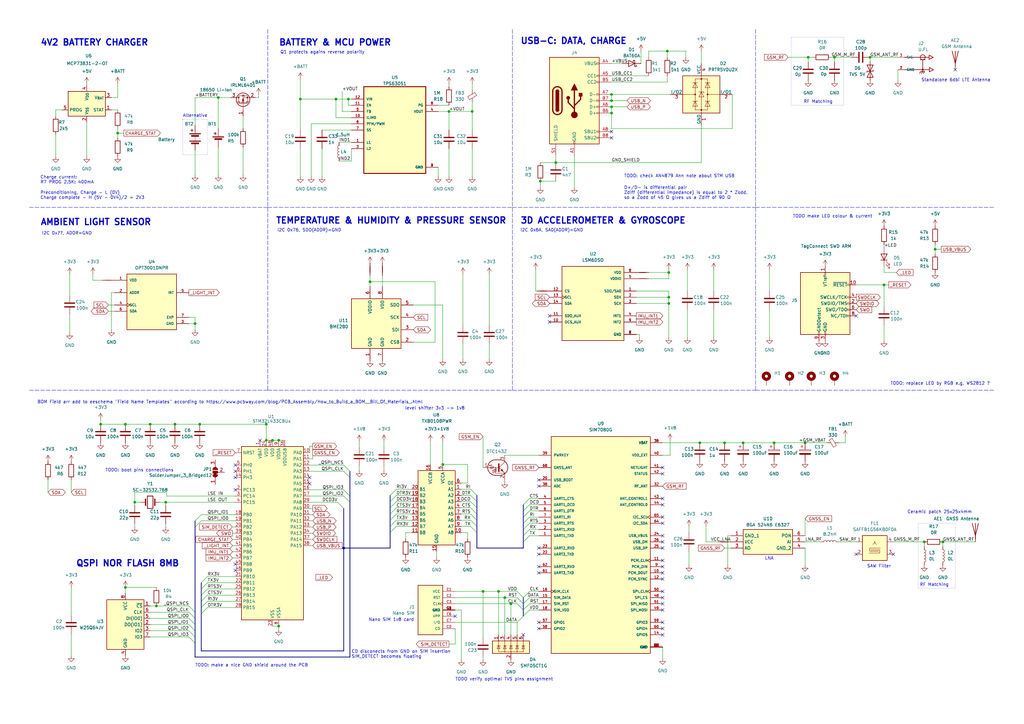
<source format=kicad_sch>
(kicad_sch (version 20230121) (generator eeschema)
  (paper "A3")
  (junction (at 330.2 181.61))
  (junction (at 123.19 40.64))
  (junction (at 342.265 23.495))
  (junction (at 227.965 66.675))
  (junction (at 383.54 102.235))
  (junction (at 80.01 132.715))
  (junction (at 274.32 121.92))
  (junction (at 209.55 247.65))
  (junction (at 111.76 180.594))
  (junction (at 109.22 180.594))
  (junction (at 51.435 240.919))
  (junction (at 137.795 40.64))
  (junction (at 51.435 173.99))
  (junction (at 61.595 173.99))
  (junction (at 41.275 173.99))
  (junction (at 198.12 242.57))
  (junction (at 89.535 40.005))
  (junction (at 109.22 173.99))
  (junction (at 250.825 46.355))
  (junction (at 142.875 40.64))
  (junction (at 250.825 38.735))
  (junction (at 81.915 173.99))
  (junction (at 48.26 54.61))
  (junction (at 386.715 222.25))
  (junction (at 181.61 190.5))
  (junction (at 304.8 181.61))
  (junction (at 273.685 20.955))
  (junction (at 297.18 181.61))
  (junction (at 250.825 41.275))
  (junction (at 71.755 173.99))
  (junction (at 193.675 45.72))
  (junction (at 274.32 124.46))
  (junction (at 55.245 205.994))
  (junction (at 362.585 116.84))
  (junction (at 204.47 242.57))
  (junction (at 274.32 111.76))
  (junction (at 221.615 74.295))
  (junction (at 356.87 23.495))
  (junction (at 114.3 180.594))
  (junction (at 250.825 43.815))
  (junction (at 287.02 181.61))
  (junction (at 67.945 205.994))
  (junction (at 317.5 181.61))
  (junction (at 331.47 23.495))
  (junction (at 151.765 115.57))
  (junction (at 64.135 248.539))
  (junction (at 207.01 245.11))
  (junction (at 379.095 222.25))
  (junction (at 114.3 256.794))
  (junction (at 140.97 224.79))
  (junction (at 184.15 45.72))
  (no_connect (at 220.98 224.79))
  (no_connect (at 271.78 214.63))
  (no_connect (at 351.155 227.33))
  (no_connect (at 96.52 231.394))
  (no_connect (at 106.68 180.594))
  (no_connect (at 225.425 129.54))
  (no_connect (at 220.98 257.81))
  (no_connect (at 225.425 132.08))
  (no_connect (at 351.155 129.54))
  (no_connect (at 220.98 199.39))
  (no_connect (at 271.78 257.81))
  (no_connect (at 271.78 260.35))
  (no_connect (at 220.98 227.33))
  (no_connect (at 214.63 260.35))
  (no_connect (at 271.78 229.87))
  (no_connect (at 271.78 222.25))
  (no_connect (at 271.78 250.19))
  (no_connect (at 220.98 196.85))
  (no_connect (at 271.78 255.27))
  (no_connect (at 250.825 53.975))
  (no_connect (at 271.78 207.01))
  (no_connect (at 96.52 233.934))
  (no_connect (at 271.78 212.09))
  (no_connect (at 127 195.834))
  (no_connect (at 96.52 195.834))
  (no_connect (at 366.395 227.33))
  (no_connect (at 271.78 232.41))
  (no_connect (at 271.78 219.71))
  (no_connect (at 271.78 237.49))
  (no_connect (at 271.78 224.79))
  (no_connect (at 186.69 252.73))
  (no_connect (at 127 198.374))
  (no_connect (at 271.78 234.95))
  (no_connect (at 250.825 56.515))
  (no_connect (at 220.98 234.95))
  (no_connect (at 96.52 193.294))
  (no_connect (at 271.78 245.11))
  (no_connect (at 271.78 242.57))
  (no_connect (at 271.78 204.47))
  (no_connect (at 220.98 232.41))
  (no_connect (at 220.98 255.27))
  (no_connect (at 271.78 194.31))
  (no_connect (at 96.52 200.914))
  (no_connect (at 391.795 28.575))
  (no_connect (at 271.78 247.65))
  (no_connect (at 96.52 190.754))
  (no_connect (at 271.78 191.77))
  (bus_entry (at 85.09 244.094) (size -2.54 2.54))
  (bus_entry (at 85.09 236.474) (size -2.54 2.54))
  (bus_entry (at 85.09 239.014) (size -2.54 2.54))
  (bus_entry (at 80.01 253.619) (size -2.54 -2.54))
  (bus_entry (at 214.63 247.65) (size 2.54 -2.54))
  (bus_entry (at 214.63 209.55) (size 2.54 -2.54))
  (bus_entry (at 160.02 205.74) (size 2.54 -2.54))
  (bus_entry (at 214.63 250.19) (size 2.54 -2.54))
  (bus_entry (at 160.02 210.82) (size 2.54 -2.54))
  (bus_entry (at 140.97 203.454) (size 2.54 2.54))
  (bus_entry (at 80.01 256.159) (size -2.54 -2.54))
  (bus_entry (at 160.02 213.36) (size 2.54 -2.54))
  (bus_entry (at 195.58 205.74) (size -2.54 -2.54))
  (bus_entry (at 160.02 215.9) (size 2.54 -2.54))
  (bus_entry (at 82.55 211.074) (size -2.54 2.54))
  (bus_entry (at 140.97 190.754) (size 2.54 2.54))
  (bus_entry (at 214.63 217.17) (size 2.54 -2.54))
  (bus_entry (at 214.63 222.25) (size 2.54 -2.54))
  (bus_entry (at 160.02 203.2) (size 2.54 -2.54))
  (bus_entry (at 195.58 218.44) (size -2.54 -2.54))
  (bus_entry (at 214.63 214.63) (size 2.54 -2.54))
  (bus_entry (at 80.01 263.779) (size -2.54 -2.54))
  (bus_entry (at 195.58 208.28) (size -2.54 -2.54))
  (bus_entry (at 214.63 245.11) (size 2.54 -2.54))
  (bus_entry (at 80.01 251.079) (size -2.54 -2.54))
  (bus_entry (at 214.63 212.09) (size 2.54 -2.54))
  (bus_entry (at 212.09 245.11) (size 2.54 2.54))
  (bus_entry (at 212.09 242.57) (size 2.54 2.54))
  (bus_entry (at 82.55 249.174) (size 2.54 -2.54))
  (bus_entry (at 214.63 219.71) (size 2.54 -2.54))
  (bus_entry (at 212.09 255.27) (size 2.54 -2.54))
  (bus_entry (at 85.09 241.554) (size -2.54 2.54))
  (bus_entry (at 82.55 251.714) (size 2.54 -2.54))
  (bus_entry (at 140.97 208.534) (size -2.54 -2.54))
  (bus_entry (at 82.55 213.614) (size -2.54 2.54))
  (bus_entry (at 160.02 208.28) (size 2.54 -2.54))
  (bus_entry (at 214.63 252.73) (size 2.54 -2.54))
  (bus_entry (at 140.97 193.294) (size 2.54 2.54))
  (bus_entry (at 160.02 218.44) (size 2.54 -2.54))
  (bus_entry (at 212.09 247.65) (size 2.54 2.54))
  (bus_entry (at 80.01 258.699) (size -2.54 -2.54))
  (bus_entry (at 195.58 210.82) (size -2.54 -2.54))
  (bus_entry (at 80.01 261.239) (size -2.54 -2.54))
  (bus_entry (at 195.58 213.36) (size -2.54 -2.54))
  (bus_entry (at 195.58 203.2) (size -2.54 -2.54))
  (bus_entry (at 140.97 200.914) (size 2.54 2.54))
  (bus_entry (at 214.63 207.01) (size 2.54 -2.54))
  (bus_entry (at 195.58 215.9) (size -2.54 -2.54))
  (polyline (pts (xy 109.855 85.09) (xy 109.855 160.02)) (stroke (width 0) (type dash)))
  (wire (pts (xy 64.135 248.539) (xy 61.595 248.539)))
  (wire (pts (xy 250.825 43.815) (xy 250.825 46.355)))
  (polyline (pts (xy 210.185 12.065) (xy 210.185 85.09)) (stroke (width 0) (type dash)))
  (wire (pts (xy 95.377 221.234) (xy 96.52 221.234)))
  (wire (pts (xy 184.15 264.16) (xy 186.69 264.16)))
  (wire (pts (xy 317.5 181.61) (xy 330.2 181.61)))
  (bus (pts (xy 195.58 213.36) (xy 195.58 215.9)))
  (wire (pts (xy 162.56 200.66) (xy 168.91 200.66)))
  (wire (pts (xy 193.675 53.34) (xy 193.675 45.72)))
  (wire (pts (xy 71.755 173.99) (xy 81.915 173.99)))
  (wire (pts (xy 144.145 43.18) (xy 142.875 43.18)))
  (wire (pts (xy 85.09 246.634) (xy 96.52 246.634)))
  (wire (pts (xy 127.635 50.8) (xy 144.145 50.8)))
  (bus (pts (xy 214.63 245.11) (xy 214.63 247.65)))
  (wire (pts (xy 266.065 20.955) (xy 273.685 20.955)))
  (polyline (pts (xy 12.065 160.02) (xy 109.855 160.02)) (stroke (width 0) (type dash)))
  (wire (pts (xy 207.01 186.69) (xy 220.98 186.69)))
  (bus (pts (xy 195.58 208.28) (xy 195.58 210.82)))
  (wire (pts (xy 212.09 255.27) (xy 212.09 260.35)))
  (polyline (pts (xy 109.855 160.02) (xy 210.185 160.02)) (stroke (width 0) (type dash)))
  (wire (pts (xy 356.87 23.495) (xy 368.3 23.495)))
  (wire (pts (xy 217.17 217.17) (xy 220.98 217.17)))
  (polyline (pts (xy 210.185 85.09) (xy 309.88 85.09)) (stroke (width 0) (type dash)))
  (wire (pts (xy 142.875 43.18) (xy 142.875 40.64)))
  (wire (pts (xy 127 205.994) (xy 138.43 205.994)))
  (wire (pts (xy 35.56 34.29) (xy 35.56 34.925)))
  (wire (pts (xy 200.66 112.395) (xy 200.66 133.35)))
  (wire (pts (xy 67.945 216.154) (xy 67.945 214.884)))
  (wire (pts (xy 200.66 147.32) (xy 200.66 140.97)))
  (wire (pts (xy 95.25 218.694) (xy 96.52 218.694)))
  (wire (pts (xy 198.12 179.07) (xy 198.12 191.77)))
  (polyline (pts (xy 309.88 12.065) (xy 309.88 85.09)) (stroke (width 0) (type dash)))
  (wire (pts (xy 292.735 110.49) (xy 292.735 119.38)))
  (wire (pts (xy 198.12 242.57) (xy 204.47 242.57)))
  (wire (pts (xy 144.145 48.26) (xy 137.795 48.26)))
  (wire (pts (xy 179.705 72.39) (xy 179.705 68.58)))
  (wire (pts (xy 271.78 270.002) (xy 271.78 265.43)))
  (wire (pts (xy 41.275 173.99) (xy 51.435 173.99)))
  (wire (pts (xy 169.545 125.095) (xy 181.61 125.095)))
  (wire (pts (xy 181.61 180.975) (xy 181.61 190.5)))
  (wire (pts (xy 217.17 242.57) (xy 220.98 242.57)))
  (wire (pts (xy 67.945 205.994) (xy 96.52 205.994)))
  (wire (pts (xy 250.825 46.355) (xy 250.825 52.705)))
  (wire (pts (xy 55.245 207.264) (xy 55.245 205.994)))
  (wire (pts (xy 95.377 223.774) (xy 96.52 223.774)))
  (wire (pts (xy 250.825 33.655) (xy 273.685 33.655)))
  (wire (pts (xy 184.15 53.34) (xy 184.15 45.72)))
  (wire (pts (xy 274.32 121.92) (xy 274.32 124.46)))
  (wire (pts (xy 219.71 110.49) (xy 219.71 119.38)))
  (wire (pts (xy 166.37 218.44) (xy 166.37 220.98)))
  (wire (pts (xy 207.01 245.11) (xy 207.01 260.35)))
  (wire (pts (xy 109.22 180.594) (xy 111.76 180.594)))
  (wire (pts (xy 85.09 239.014) (xy 96.52 239.014)))
  (wire (pts (xy 260.985 137.16) (xy 262.255 137.16)))
  (wire (pts (xy 44.45 127.635) (xy 46.99 127.635)))
  (polyline (pts (xy 109.855 85.09) (xy 210.185 85.09)) (stroke (width 0) (type dash)))
  (wire (pts (xy 99.695 60.325) (xy 99.695 71.755)))
  (wire (pts (xy 48.26 52.705) (xy 48.26 54.61)))
  (wire (pts (xy 186.69 247.65) (xy 209.55 247.65)))
  (wire (pts (xy 123.19 40.64) (xy 123.19 32.385)))
  (wire (pts (xy 189.23 198.12) (xy 191.77 198.12)))
  (wire (pts (xy 260.985 121.92) (xy 274.32 121.92)))
  (wire (pts (xy 162.56 203.2) (xy 168.91 203.2)))
  (wire (pts (xy 178.435 115.57) (xy 151.765 115.57)))
  (wire (pts (xy 22.86 47.625) (xy 22.86 45.085)))
  (wire (pts (xy 61.595 173.99) (xy 71.755 173.99)))
  (wire (pts (xy 207.01 245.11) (xy 212.09 245.11)))
  (wire (pts (xy 89.535 60.325) (xy 89.535 71.755)))
  (bus (pts (xy 80.01 253.619) (xy 80.01 256.159)))
  (wire (pts (xy 386.715 224.155) (xy 386.715 222.25)))
  (bus (pts (xy 214.63 250.19) (xy 214.63 252.73)))
  (wire (pts (xy 221.615 66.675) (xy 227.965 66.675)))
  (wire (pts (xy 266.065 111.76) (xy 274.32 111.76)))
  (wire (pts (xy 128.27 221.234) (xy 127 221.234)))
  (bus (pts (xy 214.63 247.65) (xy 214.63 250.19)))
  (wire (pts (xy 38.1 114.935) (xy 41.91 114.935)))
  (bus (pts (xy 80.01 261.239) (xy 80.01 263.779)))
  (wire (pts (xy 287.655 20.955) (xy 287.655 26.035)))
  (wire (pts (xy 362.585 125.73) (xy 362.585 116.84)))
  (wire (pts (xy 22.86 64.135) (xy 22.86 55.245)))
  (wire (pts (xy 147.32 180.975) (xy 147.32 183.515)))
  (wire (pts (xy 330.2 181.61) (xy 339.09 181.61)))
  (wire (pts (xy 123.19 40.64) (xy 137.795 40.64)))
  (wire (pts (xy 186.69 245.11) (xy 207.01 245.11)))
  (wire (pts (xy 298.45 219.71) (xy 298.45 231.775)))
  (wire (pts (xy 323.215 23.495) (xy 331.47 23.495)))
  (bus (pts (xy 82.55 246.634) (xy 82.55 249.174)))
  (wire (pts (xy 204.47 242.57) (xy 204.47 260.35)))
  (wire (pts (xy 139.065 58.42) (xy 144.145 58.42)))
  (wire (pts (xy 68.326 203.454) (xy 68.326 201.93)))
  (wire (pts (xy 137.795 40.64) (xy 142.875 40.64)))
  (wire (pts (xy 383.54 102.235) (xy 383.54 104.14)))
  (wire (pts (xy 217.17 209.55) (xy 220.98 209.55)))
  (wire (pts (xy 55.245 201.93) (xy 55.245 205.994)))
  (wire (pts (xy 342.265 23.495) (xy 349.25 23.495)))
  (wire (pts (xy 128.27 223.774) (xy 127 223.774)))
  (wire (pts (xy 217.17 207.01) (xy 220.98 207.01)))
  (wire (pts (xy 250.825 26.035) (xy 255.27 26.035)))
  (wire (pts (xy 96.52 203.454) (xy 68.326 203.454)))
  (wire (pts (xy 45.72 120.015) (xy 45.72 135.255)))
  (bus (pts (xy 82.55 239.014) (xy 82.55 241.554)))
  (bus (pts (xy 160.02 208.28) (xy 160.02 210.82)))
  (wire (pts (xy 80.01 51.435) (xy 80.01 40.005)))
  (wire (pts (xy 35.56 64.135) (xy 35.56 50.165)))
  (bus (pts (xy 160.02 224.79) (xy 140.97 224.79)))
  (wire (pts (xy 184.15 60.96) (xy 184.15 72.39)))
  (wire (pts (xy 274.32 124.46) (xy 274.32 138.43)))
  (wire (pts (xy 123.19 40.64) (xy 123.19 53.34)))
  (wire (pts (xy 189.23 213.36) (xy 193.04 213.36)))
  (wire (pts (xy 344.17 222.25) (xy 351.155 222.25)))
  (bus (pts (xy 195.58 210.82) (xy 195.58 213.36)))
  (wire (pts (xy 315.595 138.43) (xy 315.595 127)))
  (wire (pts (xy 77.47 261.239) (xy 61.595 261.239)))
  (bus (pts (xy 80.01 216.154) (xy 80.01 251.079)))
  (wire (pts (xy 169.545 140.335) (xy 178.435 140.335)))
  (wire (pts (xy 220.345 119.38) (xy 219.71 119.38)))
  (wire (pts (xy 38.1 114.935) (xy 38.1 112.395)))
  (wire (pts (xy 41.275 172.085) (xy 41.275 173.99)))
  (wire (pts (xy 198.12 270.51) (xy 198.12 269.24)))
  (wire (pts (xy 127.635 50.8) (xy 127.635 72.39)))
  (bus (pts (xy 214.63 224.79) (xy 214.63 222.25)))
  (bus (pts (xy 140.97 224.79) (xy 140.97 266.954)))
  (wire (pts (xy 330.2 212.725) (xy 330.2 219.71)))
  (wire (pts (xy 147.32 191.135) (xy 147.32 193.04)))
  (wire (pts (xy 287.02 181.61) (xy 297.18 181.61)))
  (wire (pts (xy 221.615 74.295) (xy 221.615 76.835)))
  (wire (pts (xy 273.685 20.955) (xy 281.305 20.955)))
  (wire (pts (xy 300.355 52.705) (xy 300.355 38.735)))
  (wire (pts (xy 139.065 66.04) (xy 144.145 66.04)))
  (wire (pts (xy 28.575 112.395) (xy 28.575 121.285)))
  (wire (pts (xy 209.55 247.65) (xy 212.09 247.65)))
  (wire (pts (xy 114.3 180.594) (xy 116.84 180.594)))
  (wire (pts (xy 362.585 116.84) (xy 364.49 116.84)))
  (bus (pts (xy 82.55 241.554) (xy 82.55 244.094)))
  (wire (pts (xy 104.775 40.005) (xy 106.045 40.005)))
  (wire (pts (xy 176.53 180.975) (xy 176.53 190.5)))
  (bus (pts (xy 160.02 218.44) (xy 160.02 224.79)))
  (wire (pts (xy 217.17 245.11) (xy 220.98 245.11)))
  (wire (pts (xy 128.27 218.694) (xy 127 218.694)))
  (bus (pts (xy 214.63 209.55) (xy 214.63 212.09)))
  (wire (pts (xy 356.87 23.495) (xy 356.87 25.4)))
  (wire (pts (xy 82.55 213.614) (xy 96.52 213.614)))
  (wire (pts (xy 29.21 201.93) (xy 29.21 196.85)))
  (wire (pts (xy 344.17 181.61) (xy 346.71 181.61)))
  (bus (pts (xy 160.02 203.2) (xy 160.02 205.74)))
  (wire (pts (xy 227.965 64.135) (xy 227.965 66.675)))
  (wire (pts (xy 346.71 181.61) (xy 346.71 179.07)))
  (wire (pts (xy 29.21 252.349) (xy 29.21 240.919)))
  (bus (pts (xy 214.63 219.71) (xy 214.63 222.25)))
  (wire (pts (xy 235.585 76.835) (xy 235.585 64.135)))
  (wire (pts (xy 362.585 100.33) (xy 362.585 101.6)))
  (wire (pts (xy 262.255 137.16) (xy 262.255 138.43)))
  (wire (pts (xy 22.86 45.085) (xy 25.4 45.085)))
  (wire (pts (xy 127 203.454) (xy 140.97 203.454)))
  (wire (pts (xy 45.72 45.085) (xy 48.26 45.085)))
  (bus (pts (xy 82.55 251.714) (xy 82.55 266.954)))
  (wire (pts (xy 186.69 242.57) (xy 198.12 242.57)))
  (bus (pts (xy 80.01 256.159) (xy 80.01 258.699)))
  (wire (pts (xy 81.915 173.99) (xy 109.22 173.99)))
  (wire (pts (xy 221.615 74.295) (xy 227.965 74.295)))
  (wire (pts (xy 64.135 240.919) (xy 51.435 240.919)))
  (wire (pts (xy 262.89 20.955) (xy 262.89 26.035)))
  (wire (pts (xy 80.01 132.715) (xy 80.01 135.255)))
  (wire (pts (xy 77.47 258.699) (xy 61.595 258.699)))
  (wire (pts (xy 186.69 264.16) (xy 186.69 257.81)))
  (wire (pts (xy 51.435 240.919) (xy 51.435 243.459)))
  (bus (pts (xy 80.01 251.079) (xy 80.01 253.619)))
  (bus (pts (xy 214.63 207.01) (xy 214.63 209.55)))
  (wire (pts (xy 342.265 23.495) (xy 342.265 25.4)))
  (bus (pts (xy 214.63 212.09) (xy 214.63 214.63)))
  (wire (pts (xy 292.735 138.43) (xy 292.735 127)))
  (wire (pts (xy 383.54 102.235) (xy 386.08 102.235)))
  (wire (pts (xy 137.795 40.64) (xy 137.795 48.26)))
  (wire (pts (xy 106.045 40.005) (xy 106.045 38.735)))
  (bus (pts (xy 143.51 269.494) (xy 80.01 269.494)))
  (bus (pts (xy 160.02 205.74) (xy 160.02 208.28)))
  (wire (pts (xy 189.23 203.2) (xy 193.04 203.2)))
  (wire (pts (xy 184.15 45.72) (xy 193.675 45.72)))
  (wire (pts (xy 367.665 111.76) (xy 362.585 111.76)))
  (wire (pts (xy 85.09 241.554) (xy 96.52 241.554)))
  (wire (pts (xy 274.32 119.38) (xy 274.32 121.92)))
  (polyline (pts (xy 309.88 160.02) (xy 407.67 160.02)) (stroke (width 0) (type dash)))
  (wire (pts (xy 274.32 111.76) (xy 274.32 110.49)))
  (wire (pts (xy 189.23 210.82) (xy 193.04 210.82)))
  (wire (pts (xy 132.08 60.96) (xy 132.08 72.39)))
  (bus (pts (xy 214.63 224.79) (xy 195.58 224.79)))
  (wire (pts (xy 48.26 54.61) (xy 50.8 54.61)))
  (wire (pts (xy 95.377 226.314) (xy 96.52 226.314)))
  (wire (pts (xy 48.26 40.005) (xy 48.26 34.29)))
  (wire (pts (xy 204.47 242.57) (xy 212.09 242.57)))
  (wire (pts (xy 186.69 255.27) (xy 212.09 255.27)))
  (wire (pts (xy 271.78 181.61) (xy 287.02 181.61)))
  (wire (pts (xy 191.77 190.5) (xy 181.61 190.5)))
  (wire (pts (xy 257.175 43.815) (xy 250.825 43.815)))
  (wire (pts (xy 162.56 208.28) (xy 168.91 208.28)))
  (wire (pts (xy 65.405 205.994) (xy 67.945 205.994)))
  (wire (pts (xy 168.91 218.44) (xy 166.37 218.44)))
  (wire (pts (xy 144.145 45.72) (xy 140.335 45.72)))
  (wire (pts (xy 123.19 60.96) (xy 123.19 72.39)))
  (wire (pts (xy 331.47 23.495) (xy 333.375 23.495)))
  (wire (pts (xy 362.585 111.76) (xy 362.585 109.22)))
  (wire (pts (xy 340.995 23.495) (xy 342.265 23.495)))
  (wire (pts (xy 299.72 219.71) (xy 298.45 219.71)))
  (wire (pts (xy 217.17 204.47) (xy 220.98 204.47)))
  (wire (pts (xy 140.335 45.72) (xy 140.335 37.465)))
  (wire (pts (xy 132.08 53.34) (xy 144.145 53.34)))
  (wire (pts (xy 156.845 113.03) (xy 156.845 117.475)))
  (wire (pts (xy 80.01 61.595) (xy 80.01 71.755)))
  (bus (pts (xy 80.01 263.779) (xy 80.01 269.494)))
  (wire (pts (xy 274.32 114.3) (xy 274.32 111.76)))
  (bus (pts (xy 160.02 210.82) (xy 160.02 213.36)))
  (wire (pts (xy 85.09 244.094) (xy 96.52 244.094)))
  (polyline (pts (xy 210.185 160.02) (xy 210.185 85.09)) (stroke (width 0) (type dash)))
  (wire (pts (xy 19.685 201.93) (xy 19.685 196.85)))
  (wire (pts (xy 281.94 138.43) (xy 281.94 127)))
  (bus (pts (xy 80.01 258.699) (xy 80.01 261.239)))
  (wire (pts (xy 128.27 185.674) (xy 128.27 188.214)))
  (wire (pts (xy 151.765 113.03) (xy 151.765 115.57)))
  (wire (pts (xy 207.01 196.85) (xy 207.01 197.612)))
  (wire (pts (xy 162.56 213.36) (xy 168.91 213.36)))
  (wire (pts (xy 386.715 222.25) (xy 400.05 222.25)))
  (wire (pts (xy 29.21 268.859) (xy 29.21 259.969)))
  (wire (pts (xy 142.875 40.64) (xy 144.145 40.64)))
  (wire (pts (xy 273.685 20.955) (xy 273.685 23.495)))
  (wire (pts (xy 55.245 205.994) (xy 57.785 205.994)))
  (bus (pts (xy 143.51 193.294) (xy 143.51 195.834)))
  (wire (pts (xy 157.48 191.135) (xy 157.48 193.04)))
  (wire (pts (xy 44.45 125.095) (xy 46.99 125.095)))
  (wire (pts (xy 273.685 33.655) (xy 273.685 31.115)))
  (bus (pts (xy 160.02 215.9) (xy 160.02 218.44)))
  (wire (pts (xy 304.8 181.61) (xy 317.5 181.61)))
  (wire (pts (xy 271.78 186.69) (xy 274.828 186.69)))
  (wire (pts (xy 189.865 112.395) (xy 189.865 133.35)))
  (wire (pts (xy 144.145 66.04) (xy 144.145 60.96)))
  (polyline (pts (xy 210.185 160.02) (xy 309.88 160.02)) (stroke (width 0) (type dash)))
  (wire (pts (xy 67.945 207.264) (xy 67.945 205.994)))
  (wire (pts (xy 189.23 250.19) (xy 189.23 270.51)))
  (wire (pts (xy 217.17 214.63) (xy 220.98 214.63)))
  (wire (pts (xy 189.23 200.66) (xy 193.04 200.66)))
  (wire (pts (xy 330.2 231.775) (xy 330.2 224.79)))
  (wire (pts (xy 77.47 132.715) (xy 80.01 132.715)))
  (wire (pts (xy 95.25 216.154) (xy 96.52 216.154)))
  (wire (pts (xy 257.175 41.275) (xy 250.825 41.275)))
  (wire (pts (xy 127 200.914) (xy 140.97 200.914)))
  (wire (pts (xy 260.985 124.46) (xy 274.32 124.46)))
  (wire (pts (xy 48.26 54.61) (xy 48.26 56.515)))
  (wire (pts (xy 128.27 208.534) (xy 127 208.534)))
  (bus (pts (xy 143.51 195.834) (xy 143.51 203.454)))
  (wire (pts (xy 28.575 136.525) (xy 28.575 128.905)))
  (wire (pts (xy 274.828 186.69) (xy 274.828 180.594)))
  (wire (pts (xy 48.26 40.005) (xy 45.72 40.005)))
  (bus (pts (xy 143.51 205.994) (xy 143.51 269.494)))
  (bus (pts (xy 82.55 249.174) (xy 82.55 251.714)))
  (wire (pts (xy 77.47 256.159) (xy 61.595 256.159)))
  (wire (pts (xy 189.23 218.44) (xy 191.77 218.44)))
  (bus (pts (xy 195.58 224.79) (xy 195.58 218.44)))
  (bus (pts (xy 80.01 213.614) (xy 80.01 216.154)))
  (wire (pts (xy 189.23 215.9) (xy 193.04 215.9)))
  (wire (pts (xy 217.17 247.65) (xy 220.98 247.65)))
  (wire (pts (xy 127 193.294) (xy 140.97 193.294)))
  (wire (pts (xy 193.675 60.96) (xy 193.675 72.39)))
  (wire (pts (xy 193.675 41.91) (xy 193.675 45.72)))
  (wire (pts (xy 362.585 133.35) (xy 362.585 139.7)))
  (bus (pts (xy 143.51 203.454) (xy 143.51 205.994)))
  (wire (pts (xy 127 190.754) (xy 140.97 190.754)))
  (wire (pts (xy 128.27 216.154) (xy 127 216.154)))
  (wire (pts (xy 383.54 100.33) (xy 383.54 102.235)))
  (wire (pts (xy 109.22 173.99) (xy 109.347 173.99)))
  (bus (pts (xy 82.55 244.094) (xy 82.55 246.634)))
  (wire (pts (xy 184.15 34.29) (xy 184.15 35.56)))
  (wire (pts (xy 82.55 211.074) (xy 96.52 211.074)))
  (wire (pts (xy 162.56 215.9) (xy 168.91 215.9)))
  (wire (pts (xy 282.575 226.06) (xy 282.575 231.775)))
  (wire (pts (xy 379.095 222.25) (xy 379.095 224.155)))
  (wire (pts (xy 287.655 51.435) (xy 287.655 66.675)))
  (bus (pts (xy 160.02 213.36) (xy 160.02 215.9)))
  (wire (pts (xy 181.61 125.095) (xy 181.61 147.32)))
  (wire (pts (xy 250.825 38.735) (xy 250.825 41.275)))
  (wire (pts (xy 189.865 147.32) (xy 189.865 140.97)))
  (wire (pts (xy 179.705 45.72) (xy 184.15 45.72)))
  (wire (pts (xy 189.23 205.74) (xy 193.04 205.74)))
  (wire (pts (xy 55.245 201.93) (xy 68.326 201.93)))
  (wire (pts (xy 111.76 180.594) (xy 114.3 180.594)))
  (polyline (pts (xy 109.855 12.065) (xy 109.855 85.09)) (stroke (width 0) (type dash)))
  (wire (pts (xy 368.3 28.575) (xy 368.3 33.02)))
  (wire (pts (xy 191.77 198.12) (xy 191.77 190.5)))
  (bus (pts (xy 195.58 203.2) (xy 195.58 205.74)))
  (wire (pts (xy 193.675 34.29) (xy 193.675 36.83)))
  (wire (pts (xy 217.17 219.71) (xy 220.98 219.71)))
  (wire (pts (xy 77.47 253.619) (xy 61.595 253.619)))
  (wire (pts (xy 179.07 228.6) (xy 179.07 226.06)))
  (wire (pts (xy 111.76 256.794) (xy 114.3 256.794)))
  (bus (pts (xy 214.63 214.63) (xy 214.63 217.17)))
  (wire (pts (xy 366.395 222.25) (xy 379.095 222.25)))
  (bus (pts (xy 195.58 215.9) (xy 195.58 218.44)))
  (wire (pts (xy 297.18 224.79) (xy 299.72 224.79)))
  (wire (pts (xy 266.065 20.955) (xy 266.065 23.495)))
  (wire (pts (xy 46.99 120.015) (xy 45.72 120.015)))
  (polyline (pts (xy 309.88 160.02) (xy 309.88 85.09)) (stroke (width 0) (type dash)))
  (wire (pts (xy 127 188.214) (xy 128.27 188.214)))
  (wire (pts (xy 157.48 180.975) (xy 157.48 183.515)))
  (wire (pts (xy 114.3 258.064) (xy 114.3 256.794)))
  (wire (pts (xy 227.965 66.675) (xy 287.655 66.675)))
  (wire (pts (xy 217.17 212.09) (xy 220.98 212.09)))
  (wire (pts (xy 362.585 116.84) (xy 351.155 116.84)))
  (wire (pts (xy 281.305 20.955) (xy 281.305 23.495)))
  (wire (pts (xy 128.27 211.074) (xy 127 211.074)))
  (wire (pts (xy 217.17 250.19) (xy 220.98 250.19)))
  (wire (pts (xy 89.535 40.005) (xy 94.615 40.005)))
  (wire (pts (xy 99.695 52.705) (xy 99.695 47.625)))
  (wire (pts (xy 95.377 228.854) (xy 96.52 228.854)))
  (wire (pts (xy 89.535 52.705) (xy 89.535 40.005)))
  (wire (pts (xy 289.56 222.25) (xy 294.64 222.25)))
  (wire (pts (xy 109.22 180.594) (xy 109.22 173.99)))
  (wire (pts (xy 85.09 236.474) (xy 96.52 236.474)))
  (wire (pts (xy 80.01 130.175) (xy 80.01 132.715)))
  (bus (pts (xy 195.58 205.74) (xy 195.58 208.28)))
  (wire (pts (xy 250.825 31.115) (xy 266.065 31.115)))
  (wire (pts (xy 250.825 38.735) (xy 274.955 38.735)))
  (wire (pts (xy 51.435 173.99) (xy 61.595 173.99)))
  (wire (pts (xy 315.595 110.49) (xy 315.595 119.38)))
  (wire (pts (xy 330.2 222.25) (xy 336.55 222.25)))
  (wire (pts (xy 282.575 215.9) (xy 282.575 218.44)))
  (wire (pts (xy 162.56 205.74) (xy 168.91 205.74)))
  (wire (pts (xy 162.56 210.82) (xy 168.91 210.82)))
  (wire (pts (xy 77.47 130.175) (xy 80.01 130.175)))
  (wire (pts (xy 80.01 40.005) (xy 89.535 40.005)))
  (wire (pts (xy 186.69 250.19) (xy 189.23 250.19)))
  (wire (pts (xy 151.765 115.57) (xy 151.765 117.475)))
  (wire (pts (xy 127 183.007) (xy 128.27 183.007)))
  (polyline (pts (xy 309.88 85.09) (xy 407.67 85.09)) (stroke (width 0) (type dash)))
  (wire (pts (xy 297.18 181.61) (xy 304.8 181.61)))
  (wire (pts (xy 178.435 140.335) (xy 178.435 115.57)))
  (wire (pts (xy 55.245 216.154) (xy 55.245 214.884)))
  (wire (pts (xy 250.825 52.705) (xy 300.355 52.705)))
  (wire (pts (xy 189.23 208.28) (xy 193.04 208.28)))
  (wire (pts (xy 128.27 213.614) (xy 127 213.614)))
  (wire (pts (xy 281.94 110.49) (xy 281.94 119.38)))
  (wire (pts (xy 191.77 218.44) (xy 191.77 220.98)))
  (wire (pts (xy 209.55 247.65) (xy 209.55 260.35)))
  (bus (pts (xy 82.55 266.954) (xy 140.97 266.954)))
  (wire (pts (xy 77.47 248.539) (xy 64.135 248.539)))
  (wire (pts (xy 289.56 222.25) (xy 289.56 215.9)))
  (wire (pts (xy 198.12 242.57) (xy 198.12 261.62)))
  (wire (pts (xy 266.065 114.3) (xy 274.32 114.3)))
  (wire (pts (xy 331.47 23.495) (xy 331.47 25.4)))
  (bus (pts (xy 140.97 208.534) (xy 140.97 224.79)))
  (wire (pts (xy 127 185.674) (xy 127 183.007)))
  (wire (pts (xy 184.15 43.18) (xy 179.705 43.18)))
  (wire (pts (xy 260.985 119.38) (xy 274.32 119.38)))
  (wire (pts (xy 77.47 251.079) (xy 61.595 251.079)))
  (wire (pts (xy 85.09 249.174) (xy 96.52 249.174)))
  (polyline (pts (xy 12.065 85.09) (xy 109.855 85.09)) (stroke (width 0) (type dash)))
  (bus (pts (xy 214.63 217.17) (xy 214.63 219.71)))
  (rectangle (start 376.555 214.63) (end 391.795 241.3) (stroke (width 0) (type dot)))
  (rectangle (start 74.93 48.895) (end 85.09 63.5) (stroke (width 0) (type dot)))
  (rectangle (start 324.485 15.24) (end 346.075 43.18) (stroke (width 0) (type dot)))
  (text "4V2 BATTERY CHARGER" (at 16.51 19.05 0) (effects (font (size 2.54 2.54) (thickness 0.508) bold) (justify left bottom)))
  (text "Q1 protects agains reverse polarity" (at 114.935 22.225 0) (effects (font (size 1.27 1.27)) (justify left bottom)))
  (text "Ceramic patch 25x25x4mm" (at 372.11 210.82 0) (effects (font (size 1.27 1.27)) (justify left bottom)))
  (text "AMBIENT LIGHT SENSOR\n" (at 16.51 92.71 0) (effects (font (size 2.54 2.54) (thickness 0.508) bold) (justify left bottom)))
  (text "LNA" (at 313.69 229.87 0) (effects (font (size 1.27 1.27)) (justify left bottom)))
  (text "TODO: make a nice GND shield around the PCB" (at 80.01 273.685 0) (effects (font (size 1.27 1.27)) (justify left bottom)))
  (text "TEMPERATURE & HUMIDITY & PRESSURE SENSOR\n" (at 113.03 92.075 0) (effects (font (size 2.54 2.54) (thickness 0.508) bold) (justify left bottom)))
  (text "BOM Field arr add to eeschema \"Field Name Templates\" according to https://www.pcbway.com/blog/PCB_Assembly/How_to_Build_a_BOM__Bill_Of_Materials_.html\n" (at 15.24 165.735 0) (effects (font (size 1.27 1.27)) (justify left bottom)))
  (text "I2C 0x76, SDO(ADDR)=GND" (at 113.665 95.25 0) (effects (font (size 1.27 1.27)) (justify left bottom)))
  (text "TODO; replace LED by RGB e.g. WS2812 ?" (at 365.125 158.115 0) (effects (font (size 1.27 1.27)) (justify left bottom)))
  (text "RF Matching " (at 329.565 42.545 0) (effects (font (size 1.27 1.27)) (justify left bottom)))
  (text "CD disconects from GND on SIM insertion\nSIM_DETECT becomes floating" (at 144.145 270.129 0) (effects (font (size 1.27 1.27)) (justify left bottom)))
  (text "QSPI NOR FLASH 8MB" (at 31.115 232.664 0) (effects (font (size 2.54 2.54) (thickness 0.508) bold) (justify left bottom)))
  (text "TODO: boot pins connections" (at 43.18 193.675 0) (effects (font (size 1.27 1.27)) (justify left bottom)))
  (text "D+/D- is differential pair\nZdiff (differential impedance) is equal to 2 * Zodd,\nso a Zodd of 45 Ω gives us a Zdiff of 90 Ω" (at 255.905 81.915 0) (effects (font (size 1.27 1.27)) (justify left bottom)))
  (text "USB-C: DATA, CHARGE" (at 213.36 18.415 0) (effects (font (size 2.54 2.54) (thickness 0.508) bold) (justify left bottom)))
  (text "TODO: check AN4879 Ann note about STM USB\n" (at 255.905 73.025 0) (effects (font (size 1.27 1.27)) (justify left bottom)))
  (text "RF Matching " (at 377.19 240.665 0) (effects (font (size 1.27 1.27)) (justify left bottom)))
  (text "Alternative" (at 74.93 48.26 0) (effects (font (size 1.27 1.27)) (justify left bottom)))
  (text "BATTERY & MCU POWER" (at 114.3 19.05 0) (effects (font (size 2.54 2.54) (thickness 0.508) bold) (justify left bottom)))
  (text "Charge current:\nR7 PROG 2.5K: 400mA\n" (at 16.51 75.565 0) (effects (font (size 1.27 1.27)) (justify left bottom)))
  (text "Nano SIM 1v8 card" (at 151.13 255.016 0) (effects (font (size 1.27 1.27)) (justify left bottom)))
  (text "3D ACCELEROMETER & GYROSCOPE" (at 213.36 92.075 0) (effects (font (size 2.54 2.54) (thickness 0.508) bold) (justify left bottom)))
  (text "I2C 0x6A, SA0(ADDR)=GND" (at 213.36 95.25 0) (effects (font (size 1.27 1.27)) (justify left bottom)))
  (text "Standalone 6dbi LTE Antenna" (at 377.825 33.655 0) (effects (font (size 1.27 1.27)) (justify left bottom)))
  (text "SAW Filter\n" (at 355.6 233.045 0) (effects (font (size 1.27 1.27)) (justify left bottom)))
  (text "Preconditioning, Charge - L (0V)\nCharge complete - H (5V - 0V4)/2 = 2V3" (at 16.51 81.915 0) (effects (font (size 1.27 1.27)) (justify left bottom)))
  (text "I2C 0x??, ADDR=GND" (at 17.145 96.52 0) (effects (font (size 1.27 1.27)) (justify left bottom)))
  (text "TODO verify optimal TVS pins assignment" (at 186.69 279.4 0) (effects (font (size 1.27 1.27)) (justify left bottom)))
  (text "TODO make LED colour & current\n" (at 325.12 89.535 0) (effects (font (size 1.27 1.27)) (justify left bottom)))
  (text " level shifter 3v3 -> 1v8" (at 165.1 168.275 0) (effects (font (size 1.27 1.27)) (justify left bottom)))
  (label "RST" (at 220.98 247.65 180))
  (label "QSPI_CLK" (at 77.47 251.079 180))
  (label "DCD3V" (at 162.56 205.74 0))
  (label "QSPI_IO1" (at 77.47 256.159 180))
  (label "RTS" (at 217.17 214.63 0))
  (label "DCD3V" (at 138.43 205.994 180))
  (label "VDD" (at 220.98 250.19 180))
  (label "QSPI_IO0" (at 85.09 213.614 0))
  (label "DCD" (at 193.04 205.74 180))
  (label "RTS3V" (at 85.09 241.554 0))
  (label "DTR" (at 193.04 203.2 180))
  (label "CTS3V" (at 162.56 208.28 0))
  (label "TX3V" (at 85.09 239.014 0))
  (label "DCD" (at 217.17 207.01 0))
  (label "GNSS_M_RF" (at 366.395 222.25 0))
  (label "RX" (at 217.17 217.17 0))
  (label "+VOUT" (at 140.335 37.465 0))
  (label "+LED" (at 362.585 101.6 0))
  (label "RI3V" (at 85.09 246.634 0))
  (label "CTS" (at 217.17 204.47 0))
  (label "RST" (at 212.09 245.11 180))
  (label "+VOUT" (at 184.15 45.72 0))
  (label "IND1" (at 139.065 58.42 0))
  (label "USB_CC1" (at 250.825 31.115 0))
  (label "SAW_RF" (at 344.17 222.25 0))
  (label "QSPI_IO1" (at 85.09 211.074 0))
  (label "RI" (at 193.04 200.66 180))
  (label "TX" (at 217.17 219.71 0))
  (label "VCC_LNA" (at 299.72 222.25 180))
  (label "QSPI_IO2" (at 140.97 203.454 180))
  (label "_QSPI_NCS" (at 77.47 248.539 180))
  (label "+VBUS" (at 250.825 26.035 0))
  (label "CLK" (at 220.98 242.57 180))
  (label "RX3V" (at 162.56 215.9 0))
  (label "RX3V" (at 85.09 236.474 0))
  (label "QSPI_IO3" (at 140.97 200.914 180))
  (label "GNSS_ANT_RF" (at 386.715 222.25 0))
  (label "QSPI_IO0" (at 77.47 253.619 180))
  (label "DTR3V" (at 162.56 203.2 0))
  (label "GND_SHIELD" (at 250.825 66.675 0))
  (label "DATA" (at 220.98 245.11 180))
  (label "RX" (at 193.04 213.36 180))
  (label "DATA" (at 212.09 255.27 180))
  (label "TX" (at 193.04 215.9 180))
  (label "RI3V" (at 162.56 200.66 0))
  (label "RTS3V" (at 162.56 210.82 0))
  (label "DTR3V" (at 85.09 249.174 0))
  (label "QSPI_IO2" (at 77.47 258.699 180))
  (label "CTS" (at 193.04 208.28 180))
  (label "QSPI_CLK" (at 140.97 193.294 180))
  (label "+BATTERY" (at 89.535 40.005 180))
  (label "CTS3V" (at 85.09 244.094 0))
  (label "+GSM_VBAT" (at 327.66 181.61 0))
  (label "RTS" (at 193.04 210.82 180))
  (label "RI" (at 217.17 212.09 0))
  (label "CLK" (at 212.09 247.65 180))
  (label "DTR" (at 217.17 209.55 0))
  (label "LSE OUT" (at 85.09 205.994 0))
  (label "IND2" (at 139.065 66.04 0))
  (label "QSPI_IO3" (at 77.47 261.239 180))
  (label "USB_CC2" (at 250.825 33.655 0))
  (label "GSM_M_RF" (at 340.995 23.495 0))
  (label "TX3V" (at 162.56 213.36 0))
  (label "LSE IN" (at 85.09 203.454 0))
  (label "GSM_ANT_RF" (at 356.87 23.495 0))
  (label "VDD" (at 212.09 242.57 180))
  (label "LNA_RF" (at 330.2 222.25 0))
  (label "_QSPI_NCS" (at 140.97 190.754 180))
  (global_label "SWDCLK" (shape output) (at 351.155 121.92 0) (property "Intersheetrefs" "${INTERSHEET_REFS}" (effects hide)))
  (global_label "SWDIO" (shape bidirectional) (at 351.155 124.46 0) (property "Intersheetrefs" "${INTERSHEET_REFS}" (effects hide)))
  (global_label "GNSS_EN" (shape output) (at 128.27 185.674 0) (property "Intersheetrefs" "${INTERSHEET_REFS}" (effects hide)))
  (global_label "GNSS_RF" (shape input) (at 297.18 224.79 180) (property "Intersheetrefs" "${INTERSHEET_REFS}" (effects hide)))
  (global_label "USB_N" (shape bidirectional) (at 257.175 41.275 0) (property "Intersheetrefs" "${INTERSHEET_REFS}" (effects hide)))
  (global_label "_LED" (shape input) (at 367.665 111.76 0) (property "Intersheetrefs" "${INTERSHEET_REFS}" (effects hide)))
  (global_label "GNSS_RF" (shape input) (at 220.98 191.77 180) (property "Intersheetrefs" "${INTERSHEET_REFS}" (effects hide)))
  (global_label "_RESET" (shape output) (at 364.49 116.84 0) (property "Intersheetrefs" "${INTERSHEET_REFS}" (effects hide)))
  (global_label "CHARGE_STAT" (shape input) (at 95.377 221.234 180) (property "Intersheetrefs" "${INTERSHEET_REFS}" (effects hide)))
  (global_label "IMU_INT2" (shape output) (at 260.985 132.08 0) (property "Intersheetrefs" "${INTERSHEET_REFS}" (effects hide)))
  (global_label "SCL" (shape input) (at 169.545 130.175 0) (property "Intersheetrefs" "${INTERSHEET_REFS}" (effects hide)))
  (global_label "SDA" (shape bidirectional) (at 44.45 127.635 180) (property "Intersheetrefs" "${INTERSHEET_REFS}" (effects hide)))
  (global_label "SDA" (shape bidirectional) (at 169.545 135.255 0) (property "Intersheetrefs" "${INTERSHEET_REFS}" (effects hide)))
  (global_label "SWDIO" (shape bidirectional) (at 128.27 218.694 0) (property "Intersheetrefs" "${INTERSHEET_REFS}" (effects hide)))
  (global_label "IMU_INT1" (shape output) (at 260.985 129.54 0) (property "Intersheetrefs" "${INTERSHEET_REFS}" (effects hide)))
  (global_label "SDA" (shape bidirectional) (at 128.27 211.074 0) (property "Intersheetrefs" "${INTERSHEET_REFS}" (effects hide)))
  (global_label "SCL" (shape input) (at 225.425 121.92 180) (property "Intersheetrefs" "${INTERSHEET_REFS}" (effects hide)))
  (global_label "_LIGHT_INT" (shape input) (at 95.377 223.774 180) (property "Intersheetrefs" "${INTERSHEET_REFS}" (effects hide)))
  (global_label "SCL" (shape input) (at 44.45 125.095 180) (property "Intersheetrefs" "${INTERSHEET_REFS}" (effects hide)))
  (global_label "CHARGE_STAT" (shape output) (at 50.8 54.61 0) (property "Intersheetrefs" "${INTERSHEET_REFS}" (effects hide)))
  (global_label "USB_P" (shape bidirectional) (at 128.27 216.154 0) (property "Intersheetrefs" "${INTERSHEET_REFS}" (effects hide)))
  (global_label "_RESET" (shape input) (at 96.52 185.674 180) (property "Intersheetrefs" "${INTERSHEET_REFS}" (effects hide)))
  (global_label "GNSS_EN" (shape input) (at 330.2 212.725 0) (property "Intersheetrefs" "${INTERSHEET_REFS}" (effects hide)))
  (global_label "SIM_DETECT" (shape input) (at 95.25 216.154 180) (property "Intersheetrefs" "${INTERSHEET_REFS}" (effects hide)))
  (global_label "SWO" (shape output) (at 95.25 218.694 180) (property "Intersheetrefs" "${INTERSHEET_REFS}" (effects hide)))
  (global_label "USB_N" (shape bidirectional) (at 128.27 213.614 0) (property "Intersheetrefs" "${INTERSHEET_REFS}" (effects hide)))
  (global_label "GSM_EN" (shape input) (at 198.12 179.07 180) (property "Intersheetrefs" "${INTERSHEET_REFS}" (effects hide)))
  (global_label "USB_VBUS" (shape input) (at 128.27 223.774 0) (property "Intersheetrefs" "${INTERSHEET_REFS}" (effects hide)))
  (global_label "GSM_RF" (shape input) (at 323.215 23.495 180) (property "Intersheetrefs" "${INTERSHEET_REFS}" (effects hide)))
  (global_label "_LED" (shape output) (at 129.54 236.855 0) (property "Intersheetrefs" "${INTERSHEET_REFS}" (effects hide)))
  (global_label "IMU_INT2" (shape input) (at 95.377 228.854 180) (property "Intersheetrefs" "${INTERSHEET_REFS}" (effects hide)))
  (global_label "GSM_RF" (shape input) (at 271.78 199.39 0) (property "Intersheetrefs" "${INTERSHEET_REFS}" (effects hide)))
  (global_label "USB_P" (shape bidirectional) (at 257.175 43.815 0) (property "Intersheetrefs" "${INTERSHEET_REFS}" (effects hide)))
  (global_label "IMU_INT1" (shape input) (at 95.377 226.314 180) (property "Intersheetrefs" "${INTERSHEET_REFS}" (effects hide)))
  (global_label "SDA" (shape bidirectional) (at 225.425 124.46 180) (property "Intersheetrefs" "${INTERSHEET_REFS}" (effects hide)))
  (global_label "SCL" (shape output) (at 128.27 208.534 0) (property "Intersheetrefs" "${INTERSHEET_REFS}" (effects hide)))
  (global_label "USB_VBUS" (shape output) (at 386.08 102.235 0) (property "Intersheetrefs" "${INTERSHEET_REFS}" (effects hide)))
  (global_label "GSM_EN" (shape output) (at 128.27 183.007 0) (property "Intersheetrefs" "${INTERSHEET_REFS}" (effects hide)))
  (global_label "SWDCLK" (shape input) (at 128.27 221.234 0) (property "Intersheetrefs" "${INTERSHEET_REFS}" (effects hide)))
  (global_label "SCL" (shape input) (at 29.21 201.93 0) (property "Intersheetrefs" "${INTERSHEET_REFS}" (effects hide)))
  (global_label "_LIGHT_INT" (shape output) (at 77.47 120.015 0) (property "Intersheetrefs" "${INTERSHEET_REFS}" (effects hide)))
  (global_label "SWO" (shape input) (at 351.155 127 0) (property "Intersheetrefs" "${INTERSHEET_REFS}" (effects hide)))
  (global_label "SDA" (shape bidirectional) (at 19.685 201.93 0) (property "Intersheetrefs" "${INTERSHEET_REFS}" (effects hide)))
  (global_label "SIM_DETECT" (shape output) (at 184.15 264.16 180) (property "Intersheetrefs" "${INTERSHEET_REFS}" (effects hide)))
  (symbol (lib_id "Device:L") (at 139.065 62.23 180) (unit 1)
    (property "Reference" "L4" (at 139.7 62.23 0) (effects (justify right)))
    (property "Value" "1.5uH" (at 137.795 55.245 0) (effects (justify right)))
    (property "Footprint" "Inductor_SMD:L_1008_2520Metric_Pad1.43x2.20mm_HandSolder" (effects hide))
    (property "Datasheet" "https://datasheet.lcsc.com/lcsc/2304140030_Sumida-252012CDMCDDS-1R5MC_C402826.pdf" (effects hide))
    (property "Manufacturer" "Sumida" (effects hide))
    (property "Mfr. Part #" "252012CDMCDDS-1R5MC" (effects hide))
    (property "LCSC Part #" "C402826" (effects hide))
    (property "LCSC URL" "https://www.lcsc.com/product-detail/Power-Inductors_Sumida-252012CDMCDDS-1R5MC_C402826.html" (effects hide))
  )
  (symbol (lib_id "Device:C") (at 287.02 185.42 0) (unit 1)
    (property "Reference" "C13" (at 280.67 184.15 0) (effects (justify left)))
    (property "Value" "100n" (at 279.4 186.69 0) (effects (justify left)))
    (property "Footprint" "Capacitor_SMD:C_0603_1608Metric_Pad1.08x0.95mm_HandSolder" (effects hide))
  )
  (symbol (lib_id "Jumper:SolderJumper_3_Bridged12") (at 88.265 193.675 90) (unit 1)
    (property "Reference" "JP1" (at 86.995 192.405 90) (effects (justify left)))
    (property "Value" "SolderJumper_3_Bridged12" (at 86.995 194.945 90) (effects (justify left)))
  )
  (symbol (lib_id "power:GND") (at 292.735 138.43 0) (mirror y) (unit 1)
    (property "Reference" "#PWR073" (effects hide))
    (property "Value" "GND" (at 292.735 143.51 0))
  )
  (symbol (lib_id "power:GND") (at 335.915 139.7 0) (unit 1)
    (property "Reference" "#PWR032" (effects hide))
    (property "Value" "GND" (at 335.915 144.78 0))
  )
  (symbol (lib_id "power:GND") (at 221.615 76.835 0) (unit 1)
    (property "Reference" "#PWR04" (effects hide))
    (property "Value" "GND" (at 221.615 81.915 0))
  )
  (symbol (lib_id "power:+3V3") (at 281.94 110.49 0) (unit 1)
    (property "Reference" "#PWR041" (effects hide))
    (property "Value" "+3V3" (at 281.94 105.41 0))
  )
  (symbol (lib_id "power:GND") (at 99.695 71.755 0) (mirror y) (unit 1)
    (property "Reference" "#PWR059" (effects hide))
    (property "Value" "GND" (at 99.695 76.835 0))
  )
  (symbol (lib_id "power:+3V3") (at 176.53 180.975 0) (mirror y) (unit 1)
    (property "Reference" "#PWR055" (effects hide))
    (property "Value" "+3V3" (at 176.53 175.895 0))
  )
  (symbol (lib_id "Mechanical:MountingHole_Pad") (at 314.325 155.575 0) (unit 1)
    (property "Reference" "H1" (at 317.5 153.035 0) (effects (justify left)))
    (property "Value" "MountingHole_Pad" (effects hide))
    (property "Footprint" "MountingHole:MountingHole_3.2mm_M3_Pad_Via" (effects hide))
  )
  (symbol (lib_id "power:GND") (at 80.01 71.755 0) (mirror y) (unit 1)
    (property "Reference" "#PWR037" (effects hide))
    (property "Value" "GND" (at 80.01 76.835 0))
  )
  (symbol (lib_id "Device:C") (at 41.275 177.8 0) (unit 1)
    (property "Reference" "C9" (at 35.56 176.53 0) (effects (justify left)))
    (property "Value" "10u" (at 34.925 179.07 0) (effects (justify left)))
    (property "Footprint" "Capacitor_SMD:C_0805_2012Metric_Pad1.18x1.45mm_HandSolder" (effects hide))
    (property "LCSC Part" "C1713" (effects hide))
    (property "URL" "https://www.lcsc.com/product-detail/Multilayer-Ceramic-Capacitors-MLCC-SMD-SMT_Samsung-Electro-Mechanics-CL21A106KOQNNNE_C1713.html" (effects hide))
    (property "Part" "CL21A106KOQNNNE" (effects hide))
  )
  (symbol (lib_id "Device:C") (at 200.66 137.16 0) (mirror y) (unit 1)
    (property "Reference" "C27" (at 207.01 135.89 0) (effects (justify left)))
    (property "Value" "100n" (at 208.28 138.43 0) (effects (justify left)))
    (property "Footprint" "Capacitor_SMD:C_0603_1608Metric_Pad1.08x0.95mm_HandSolder" (effects hide))
  )
  (symbol (lib_id "power:GND") (at 331.47 33.02 0) (mirror y) (unit 1)
    (property "Reference" "#PWR093" (effects hide))
    (property "Value" "GND" (at 331.47 38.1 0))
  )
  (symbol (lib_id "SIM7080G:SIM7080G") (at 246.38 222.25 0) (unit 1)
    (property "Reference" "U9" (at 246.38 173.736 0))
    (property "Value" "SIM7080G" (at 246.38 176.276 0))
    (property "Footprint" "personal:XCVR_SIM7080G" (effects hide))
    (property "Datasheet" "https://datasheet.lcsc.com/lcsc/2201121900_SIMCom-Wireless-Solutions-SIM7080G_C2943992.pdf" (effects hide))
    (property "Manufacturer" "SIMCom Wireless Solutions" (effects hide))
    (property "Mfr. Part #" "SIM7080G" (effects hide))
    (property "LCSC Part #" "C2943992" (effects hide))
    (property "LCSC URL" "https://www.lcsc.com/product-detail/2G-3G-4G-5G-Modules_SIMCom-Wireless-Solutions-SIM7080G_C2943992.html" (effects hide))
  )
  (symbol (lib_id "Mechanical:MountingHole_Pad") (at 323.85 155.575 0) (unit 1)
    (property "Reference" "H2" (at 327.025 153.035 0) (effects (justify left)))
    (property "Value" "MountingHole_Pad" (effects hide))
    (property "Footprint" "MountingHole:MountingHole_3.2mm_M3_Pad_Via" (effects hide))
  )
  (symbol (lib_id "power:GND") (at 304.8 189.23 0) (unit 1)
    (property "Reference" "#PWR062" (effects hide))
    (property "Value" "GND" (at 304.8 194.31 0))
  )
  (symbol (lib_id "power:+3V3") (at 151.765 107.95 0) (unit 1)
    (property "Reference" "#PWR015" (effects hide))
    (property "Value" "+3V3" (at 151.765 102.87 0))
  )
  (symbol (lib_id "power:GND") (at 330.2 189.23 0) (unit 1)
    (property "Reference" "#PWR064" (effects hide))
    (property "Value" "GND" (at 330.2 194.31 0))
  )
  (symbol (lib_id "Device:R") (at 273.685 27.305 0) (unit 1)
    (property "Reference" "R2" (at 277.495 26.035 0) (effects (justify right)))
    (property "Value" "5k1" (at 278.765 28.575 0) (effects (justify right)))
    (property "Footprint" "Resistor_SMD:R_0603_1608Metric_Pad0.98x0.95mm_HandSolder" (effects hide))
  )
  (symbol (lib_id "Device:Q_PMOS_GSD") (at 99.695 42.545 90) (unit 1)
    (property "Reference" "Q1" (at 99.695 32.385 90))
    (property "Value" "IRLML6401" (at 99.695 34.925 90))
    (property "Footprint" "Package_TO_SOT_SMD:SOT-23" (effects hide))
    (property "LCSC Part" "C3034" (effects hide))
    (property "Part" "IRLML6401TRPBF" (effects hide))
    (property "URL" "https://www.lcsc.com/product-detail/MOSFETs_Infineon-Technologies-IRLML6401TRPBF_C3034.html" (effects hide))
  )
  (symbol (lib_id "power:GND") (at 368.3 33.02 0) (mirror y) (unit 1)
    (property "Reference" "#PWR065" (effects hide))
    (property "Value" "GND" (at 368.3 38.1 0))
  )
  (symbol (lib_id "Device:FerriteBead_Small") (at 341.63 181.61 90) (mirror x) (unit 1)
    (property "Reference" "FB1" (at 339.725 175.895 90) (effects (justify right)))
    (property "Value" "330" (at 339.725 178.435 90) (effects (justify right)))
    (property "Footprint" "Resistor_SMD:R_0805_2012Metric_Pad1.20x1.40mm_HandSolder" (effects hide))
    (property "Description" "330Ω@100MHz 0805 Ferrite Beads" (effects hide))
    (property "Manufacturer" "Murata" (effects hide))
    (property "Mfr. Part #" "BLM21PG331SN1D" (effects hide))
    (property "LCSC Part #" "C47130" (effects hide))
    (property "LCSC URL" "https://www.lcsc.com/product-detail/Ferrite-Beads_Murata-Electronics-BLM21PG331SN1D_C74764.html" (effects hide))
  )
  (symbol (lib_id "Device:C") (at 198.12 265.43 0) (mirror x) (unit 1)
    (property "Reference" "C23" (at 191.77 266.7 0) (effects (justify left)))
    (property "Value" "100n" (at 190.5 264.16 0) (effects (justify left)))
    (property "Footprint" "Capacitor_SMD:C_0603_1608Metric_Pad1.08x0.95mm_HandSolder" (effects hide))
  )
  (symbol (lib_id "power:+3V3") (at 362.585 92.71 0) (unit 1)
    (property "Reference" "#PWR092" (effects hide))
    (property "Value" "+3V3" (at 362.585 87.63 0))
  )
  (symbol (lib_id "TPS63051RMWR:TPS63051RMWR") (at 161.925 53.34 0) (unit 1)
    (property "Reference" "U5" (at 161.925 31.75 0))
    (property "Value" "TPS63051" (at 161.925 34.29 0))
    (property "Footprint" "personal:QFN50P250X250X100-12N" (effects hide))
    (property "Datasheet" "https://www.ti.com/lit/ds/symlink/tps63050.pdf?ts=1705357141549&ref_url=https%253A%252F%252Fwww.ti.com%252Fproduct%252FTPS63050" (effects hide))
    (property "Manufacturer" "Texas Instruments" (effects hide))
    (property "Mfr. Part #" "TPS63051RMWR" (effects hide))
    (property "LCSC Part #" "C139412" (effects hide))
    (property "LCSC URL" "https://www.lcsc.com/product-detail/DC-DC-Converters_Texas-Instruments-TPS63051RMWR_C139412.html" (effects hide))
  )
  (symbol (lib_id "Device:C") (at 292.735 123.19 0) (mirror y) (unit 1)
    (property "Reference" "C22" (at 299.085 121.92 0) (effects (justify left)))
    (property "Value" "100n" (at 300.355 124.46 0) (effects (justify left)))
    (property "Footprint" "Capacitor_SMD:C_0603_1608Metric_Pad1.08x0.95mm_HandSolder" (effects hide))
  )
  (symbol (lib_id "power:GND") (at 362.585 139.7 0) (unit 1)
    (property "Reference" "#PWR034" (effects hide))
    (property "Value" "GND" (at 362.585 144.78 0))
  )
  (symbol (lib_id "power:GND") (at 317.5 189.23 0) (unit 1)
    (property "Reference" "#PWR063" (effects hide))
    (property "Value" "GND" (at 317.5 194.31 0))
  )
  (symbol (lib_id "power:GND") (at 191.77 228.6 0) (unit 1)
    (property "Reference" "#PWR051" (effects hide))
    (property "Value" "GND" (at 191.77 233.68 0))
  )
  (symbol (lib_id "power:+3V3") (at 289.56 215.9 0) (unit 1)
    (property "Reference" "#PWR083" (effects hide))
    (property "Value" "+3V3" (at 289.56 210.82 0))
  )
  (symbol (lib_id "power:GND") (at 330.2 231.775 0) (mirror y) (unit 1)
    (property "Reference" "#PWR07" (effects hide))
    (property "Value" "GND" (at 330.2 236.855 0))
  )
  (symbol (lib_id "power:GND") (at 386.715 231.775 0) (mirror y) (unit 1)
    (property "Reference" "#PWR096" (effects hide))
    (property "Value" "GND" (at 386.715 236.855 0))
  )
  (symbol (lib_id "Device:NetTie_2") (at 151.765 110.49 90) (unit 1) (in_bom no)
    (property "Reference" "NT3" (effects hide))
    (property "Value" "NetTie_2" (effects hide))
    (property "Footprint" "NetTie:NetTie-2_SMD_Pad0.5mm" (effects hide))
  )
  (symbol (lib_id "power:GND") (at 123.19 72.39 0) (unit 1)
    (property "Reference" "#PWR099" (effects hide))
    (property "Value" "GND" (at 123.19 77.47 0))
  )
  (symbol (lib_id "power:GND") (at 356.87 33.02 0) (mirror y) (unit 1)
    (property "Reference" "#PWR094" (effects hide))
    (property "Value" "GND" (at 356.87 38.1 0))
  )
  (symbol (lib_id "power:GND") (at 200.66 147.32 0) (mirror y) (unit 1)
    (property "Reference" "#PWR089" (effects hide))
    (property "Value" "GND" (at 200.66 152.4 0))
  )
  (symbol (lib_id "Device:R") (at 99.695 56.515 0) (mirror y) (unit 1)
    (property "Reference" "R5" (at 93.345 57.785 0) (effects (justify right)))
    (property "Value" "100k" (at 93.345 55.245 0) (effects (justify right)))
    (property "Footprint" "Resistor_SMD:R_0603_1608Metric_Pad0.98x0.95mm_HandSolder" (effects hide))
  )
  (symbol (lib_id "Device:R") (at 48.26 48.895 0) (unit 1)
    (property "Reference" "R8" (at 54.61 50.165 0) (effects (justify right)))
    (property "Value" "47k" (at 54.61 47.625 0) (effects (justify right)))
    (property "Footprint" "Resistor_SMD:R_0603_1608Metric_Pad0.98x0.95mm_HandSolder" (effects hide))
  )
  (symbol (lib_id "Memory_Flash:W25Q32JVSS") (at 51.435 256.159 0) (mirror y) (unit 1)
    (property "Reference" "U3" (at 42.545 254.889 0) (effects (justify left)))
    (property "Value" "W25Q64JV" (at 42.545 257.429 0) (effects (justify left)))
    (property "Footprint" "Package_SO:SOIC-8_5.23x5.23mm_P1.27mm" (effects hide))
    (property "Datasheet" "https://datasheet.lcsc.com/lcsc/1810301427_Winbond-Elec-W25Q64JVSSIQ_C83140.pdf" (effects hide))
    (property "LCSC Part" "C83140" (effects hide))
    (property "URL" "https://www.lcsc.com/product-detail/NOR-FLASH_Winbond-Elec-W25Q64JVSSIQ_C83140.html" (effects hide))
    (property "Part" "W25Q64JVSSIQ" (effects hide))
  )
  (symbol (lib_id "Device:C") (at 123.19 57.15 0) (mirror y) (unit 1)
    (property "Reference" "C19" (at 120.65 55.88 0) (effects (justify left)))
    (property "Value" "10u" (at 120.65 58.42 0) (effects (justify left)))
    (property "Footprint" "Capacitor_SMD:C_0805_2012Metric_Pad1.18x1.45mm_HandSolder" (effects hide))
    (property "LCSC Part" "C1713" (effects hide))
    (property "URL" "https://www.lcsc.com/product-detail/Multilayer-Ceramic-Capacitors-MLCC-SMD-SMT_Samsung-Electro-Mechanics-CL21A106KOQNNNE_C1713.html" (effects hide))
    (property "Part" "CL21A106KOQNNNE" (effects hide))
  )
  (symbol (lib_id "Device:C") (at 193.675 57.15 0) (mirror y) (unit 1)
    (property "Reference" "C32" (at 191.135 55.88 0) (effects (justify left)))
    (property "Value" "10u" (at 191.135 58.42 0) (effects (justify left)))
    (property "Footprint" "Capacitor_SMD:C_0805_2012Metric_Pad1.18x1.45mm_HandSolder" (effects hide))
    (property "LCSC Part" "C1713" (effects hide))
    (property "URL" "https://www.lcsc.com/product-detail/Multilayer-Ceramic-Capacitors-MLCC-SMD-SMT_Samsung-Electro-Mechanics-CL21A106KOQNNNE_C1713.html" (effects hide))
    (property "Part" "CL21A106KOQNNNE" (effects hide))
  )
  (symbol (lib_id "power:GND") (at 298.45 231.775 0) (mirror y) (unit 1)
    (property "Reference" "#PWR086" (effects hide))
    (property "Value" "GND" (at 298.45 236.855 0))
  )
  (symbol (lib_id "power:+3V3") (at 200.66 112.395 0) (unit 1)
    (property "Reference" "#PWR088" (effects hide))
    (property "Value" "+3V3" (at 200.66 107.315 0))
  )
  (symbol (lib_id "power:GND") (at 281.94 138.43 0) (mirror y) (unit 1)
    (property "Reference" "#PWR069" (effects hide))
    (property "Value" "GND" (at 281.94 143.51 0))
  )
  (symbol (lib_id "LSM6DSOX:LSM6DSOX") (at 243.205 124.46 0) (unit 1)
    (property "Reference" "U2" (at 243.205 104.14 0))
    (property "Value" "LSM6DSO" (at 243.205 106.68 0))
    (property "Footprint" "personal:PQFN50P250X300X86-14N" (effects hide))
    (property "Datasheet" "https://datasheet.lcsc.com/lcsc/2108070730_STMicroelectronics-LSM6DSOTR_C2655100.pdf" (effects hide))
    (property "Manufacturer" "STMicroelectronics" (effects hide))
    (property "Mfr. Part #" "LSM6DSOTR" (effects hide))
    (property "LCSC Part #" "C2655100" (effects hide))
    (property "LCSC URL" "https://www.lcsc.com/product-detail/Attitude-Sensor-Gyroscope_STMicroelectronics-LSM6DSOTR_C2655100.html" (effects hide))
  )
  (symbol (lib_id "Device:C") (at 297.18 185.42 0) (unit 1)
    (property "Reference" "C14" (at 290.83 184.15 0) (effects (justify left)))
    (property "Value" "1u" (at 290.83 186.69 0) (effects (justify left)))
    (property "Footprint" "Capacitor_SMD:C_0805_2012Metric_Pad1.18x1.45mm_HandSolder" (effects hide))
    (property "LCSC Part" "C2932475" (effects hide))
    (property "URL" "https://www.lcsc.com/product-detail/Multilayer-Ceramic-Capacitors-MLCC-SMD-SMT_span-style-background-color-ff0-Samsung-span-span-style-background-color-ff0-Electro-Mechanics-span-CL21A105KACLNNC_C2932475.html" (effects hide))
    (property "Part" "CL21A105KACLNNC" (effects hide))
  )
  (symbol (lib_id "Device:C") (at 71.755 177.8 0) (unit 1)
    (property "Reference" "C5" (at 65.405 176.53 0) (effects (justify left)))
    (property "Value" "100n" (at 64.135 179.07 0) (effects (justify left)))
    (property "Footprint" "Capacitor_SMD:C_0603_1608Metric_Pad1.08x0.95mm_HandSolder" (effects hide))
  )
  (symbol (lib_id "Device:C") (at 315.595 123.19 0) (mirror y) (unit 1)
    (property "Reference" "C25" (at 321.945 121.92 0) (effects (justify left)))
    (property "Value" "100n" (at 323.215 124.46 0) (effects (justify left)))
    (property "Footprint" "Capacitor_SMD:C_0603_1608Metric_Pad1.08x0.95mm_HandSolder" (effects hide))
  )
  (symbol (lib_id "power:GND") (at 235.585 76.835 0) (unit 1)
    (property "Reference" "#PWR05" (effects hide))
    (property "Value" "GND" (at 235.585 81.915 0))
  )
  (symbol (lib_id "Device:Crystal") (at 61.595 205.994 0) (unit 1)
    (property "Reference" "Y1" (at 61.595 198.374 0))
    (property "Value" "SC-32S32.768" (at 61.595 200.914 0))
    (property "Footprint" "Crystal:Crystal_SMD_EuroQuartz_EQ161-2Pin_3.2x1.5mm" (effects hide))
    (property "LCSC Part" "C97606" (effects hide))
    (property "URL" "https://www.lcsc.com/product-detail/Crystals_Seiko-SC-32S32-768kHz20PPM12-5pF_C97606.html" (effects hide))
    (property "Part" "SC-32S32.768kHz20PPM12.5pF" (effects hide))
  )
  (symbol (lib_id "power:GND") (at 28.575 136.525 0) (mirror y) (unit 1)
    (property "Reference" "#PWR078" (effects hide))
    (property "Value" "GND" (at 28.575 141.605 0))
  )
  (symbol (lib_id "power:+3V3") (at 156.845 107.95 0) (unit 1)
    (property "Reference" "#PWR087" (effects hide))
    (property "Value" "+3V3" (at 156.845 102.87 0))
  )
  (symbol (lib_id "power:GND") (at 338.455 139.7 0) (unit 1)
    (property "Reference" "#PWR033" (effects hide))
    (property "Value" "GND" (at 338.455 144.78 0))
  )
  (symbol (lib_id "Device:NetTie_2") (at 222.885 119.38 180) (unit 1) (in_bom no)
    (property "Reference" "NT5" (effects hide))
    (property "Value" "NetTie_2" (effects hide))
    (property "Footprint" "NetTie:NetTie-2_SMD_Pad0.5mm" (effects hide))
  )
  (symbol (lib_id "power:GND") (at 297.18 189.23 0) (unit 1)
    (property "Reference" "#PWR061" (effects hide))
    (property "Value" "GND" (at 297.18 194.31 0))
  )
  (symbol (lib_id "power:GND") (at 71.755 181.61 0) (mirror y) (unit 1)
    (property "Reference" "#PWR025" (effects hide))
    (property "Value" "GND" (at 71.755 186.69 0))
  )
  (symbol (lib_id "Device:NetTie_2") (at 156.845 110.49 90) (unit 1) (in_bom no)
    (property "Reference" "NT7" (effects hide))
    (property "Value" "NetTie_2" (effects hide))
    (property "Footprint" "NetTie:NetTie-2_SMD_Pad0.5mm" (effects hide))
  )
  (symbol (lib_id "Device:C_Polarized") (at 317.5 185.42 0) (unit 1)
    (property "Reference" "C16" (at 321.31 183.261 0) (effects (justify left)))
    (property "Value" "100uF" (at 321.31 185.801 0) (effects (justify left)))
    (property "Footprint" "Capacitor_Tantalum_SMD:CP_EIA-3528-15_AVX-H_Pad1.50x2.35mm_HandSolder" (effects hide))
    (property "Datasheet" "https://datasheet.lcsc.com/lcsc/2304140030_Kyocera-AVX-TAJB107M010RNJ_C7196.pdf" (effects hide))
    (property "Manufacturer" "Kyocera AVX" (effects hide))
    (property "Mfr. Part #" "TAJB107M010RNJ" (effects hide))
    (property "LCSC Part #" "C7196" (effects hide))
    (property "LCSC URL" "https://www.lcsc.com/product-detail/Tantalum-Capacitors_Kyocera-AVX-TAJB107M010RNJ_C7196.html" (effects hide))
  )
  (symbol (lib_id "Diode:BAT60A") (at 259.08 26.035 180) (unit 1)
    (property "Reference" "D1" (at 259.08 20.32 0))
    (property "Value" "BAT60A" (at 259.08 22.86 0))
    (property "Footprint" "Diode_SMD:D_SOD-323_HandSoldering" (effects hide))
    (property "Datasheet" "https://www.infineon.com/dgdl/Infineon-BAT60ASERIES-DS-v01_01-en.pdf?fileId=db3a304313d846880113def70c9304a9" (effects hide))
    (property "LCSC Part" "C5355496" (effects hide))
    (property "URL" "https://www.lcsc.com/product-detail/Schottky-Barrier-Diodes-SBD_Slkor-SLKORMICRO-Elec-BAT60A_C5355496.html" (effects hide))
    (property "Part" "BAT60A" (effects hide))
  )
  (symbol (lib_id "power:GND") (at 22.86 64.135 0) (mirror y) (unit 1)
    (property "Reference" "#PWR040" (effects hide))
    (property "Value" "GND" (at 22.86 69.215 0))
  )
  (symbol (lib_id "power:GND") (at 281.305 23.495 0) (unit 1)
    (property "Reference" "#PWR03" (effects hide))
    (property "Value" "GND" (at 281.305 28.575 0))
  )
  (symbol (lib_id "Device:R") (at 337.185 23.495 90) (unit 1)
    (property "Reference" "R16" (at 335.28 17.145 90) (effects (justify right)))
    (property "Value" "0R" (at 335.915 19.685 90) (effects (justify right)))
    (property "Footprint" "Resistor_SMD:R_0603_1608Metric_Pad0.98x0.95mm_HandSolder" (effects hide))
  )
  (symbol (lib_id "power:GND") (at 45.72 135.255 0) (mirror y) (unit 1)
    (property "Reference" "#PWR090" (effects hide))
    (property "Value" "GND" (at 45.72 140.335 0))
  )
  (symbol (lib_id "power:GND") (at 48.26 64.135 0) (mirror y) (unit 1)
    (property "Reference" "#PWR047" (effects hide))
    (property "Value" "GND" (at 48.26 69.215 0))
  )
  (symbol (lib_id "power:+5V") (at 35.56 34.29 0) (unit 1)
    (property "Reference" "#PWR038" (effects hide))
    (property "Value" "+5V" (at 35.56 29.21 0))
  )
  (symbol (lib_id "Device:R") (at 362.585 96.52 0) (unit 1)
    (property "Reference" "R15" (at 368.3 95.25 0) (effects (justify right)))
    (property "Value" "1k" (at 367.665 97.79 0) (effects (justify right)))
    (property "Footprint" "Resistor_SMD:R_0805_2012Metric_Pad1.20x1.40mm_HandSolder" (effects hide))
    (property "LCSC Part" "C95781" (effects hide))
    (property "URL" "https://www.lcsc.com/product-detail/Chip-Resistor-Surface-Mount_YAGEO-RC0805FR-071KL_C95781.html" (effects hide))
    (property "Part" "RC0805FR-071KL" (effects hide))
  )
  (symbol (lib_id "power:+5V") (at 262.89 20.955 0) (unit 1)
    (property "Reference" "#PWR01" (effects hide))
    (property "Value" "+5V" (at 262.89 15.875 0))
  )
  (symbol (lib_id "Device:R") (at 266.065 27.305 0) (unit 1)
    (property "Reference" "R1" (at 269.875 26.035 0) (effects (justify right)))
    (property "Value" "5k1" (at 271.145 28.575 0) (effects (justify right)))
    (property "Footprint" "Resistor_SMD:R_0603_1608Metric_Pad0.98x0.95mm_HandSolder" (effects hide))
  )
  (symbol (lib_id "Device:Battery") (at 80.01 56.515 0) (mirror y) (unit 1) (on_board no)
    (property "Reference" "BT2" (at 79.375 50.8 0) (effects (justify left)))
    (property "Value" "Battery" (at 71.755 57.2135 0) (effects (justify left)))
    (property "Footprint" "Battery:BatteryHolder_Keystone_2462_2xAA" (effects hide))
  )
  (symbol (lib_id "Device:R") (at 221.615 70.485 0) (mirror y) (unit 1)
    (property "Reference" "R3" (at 215.265 71.755 0) (effects (justify right)))
    (property "Value" "1M" (at 215.265 69.215 0) (effects (justify right)))
    (property "Footprint" "Resistor_SMD:R_0603_1608Metric_Pad0.98x0.95mm_HandSolder" (effects hide))
  )
  (symbol (lib_id "Device:R") (at 19.685 193.04 0) (unit 1)
    (property "Reference" "R6" (at 26.035 194.31 0) (effects (justify right)))
    (property "Value" "4k7" (at 26.035 191.77 0) (effects (justify right)))
    (property "Footprint" "Resistor_SMD:R_0603_1608Metric_Pad0.98x0.95mm_HandSolder" (effects hide))
  )
  (symbol (lib_id "power:GND") (at 179.07 228.6 0) (unit 1)
    (property "Reference" "#PWR049" (effects hide))
    (property "Value" "GND" (at 179.07 233.68 0))
  )
  (symbol (lib_id "power:GND") (at 315.595 138.43 0) (mirror y) (unit 1)
    (property "Reference" "#PWR082" (effects hide))
    (property "Value" "GND" (at 315.595 143.51 0))
  )
  (symbol (lib_id "Filter:SAFFB1G58KA0F0A") (at 358.775 224.79 0) (unit 1)
    (property "Reference" "FL1" (at 358.775 214.63 0))
    (property "Value" "SAFFB1G56KB0F0A" (at 358.775 217.17 0))
    (property "Footprint" "Filter:Filter_1109-5_1.1x0.9mm" (effects hide))
    (property "Datasheet" "https://datasheet.lcsc.com/lcsc/1810181724_Murata-Electronics-SAFFB1G56KB0F0AR1X_C91647.pdf" (effects hide))
    (property "Manufacturer" "Murata Electronics" (effects hide))
    (property "Mfr. Part #" "SAFFB1G56KB0F0AR1X" (effects hide))
    (property "LCSC Part #" "C91647" (effects hide))
    (property "LCSC URL" "https://www.lcsc.com/product-detail/SAW-Filters_Murata-Electronics-SAFFB1G56KB0F0AR1X_C91647.html" (effects hide))
  )
  (symbol (lib_id "Device:Antenna") (at 400.05 217.17 0) (unit 1)
    (property "Reference" "AE1" (at 382.905 212.725 0) (effects (justify left)))
    (property "Value" "GNSS Antenna" (at 387.985 212.725 0) (effects (justify left)))
    (property "Footprint" "personal:XDCR_APAE1590R2540AKDB1-T" (effects hide))
    (property "Datasheet" "https://datasheet.lcsc.com/lcsc/2009180306_BAT-WIRELESS-BWGNSCNX25-25W4_C784398.pdf" (effects hide))
    (property "Manufacturer" "BAT WIRELESS" (effects hide))
    (property "Mfr. Part #" "BWGNSCNX25-25W4" (effects hide))
    (property "LCSC Part #" "C784398" (effects hide))
    (property "LCSC URL" "https://www.lcsc.com/product-detail/Antennas_BAT-WIRELESS-BWGNSCNX25-25W4_C784398.html" (effects hide))
  )
  (symbol (lib_id "power:+3V3") (at 157.48 180.975 0) (unit 1)
    (property "Reference" "#PWR052" (effects hide))
    (property "Value" "+3V3" (at 157.48 175.895 0))
  )
  (symbol (lib_id "Device:C") (at 29.21 256.159 0) (unit 1)
    (property "Reference" "C2" (at 22.86 254.889 0) (effects (justify left)))
    (property "Value" "100n" (at 21.59 257.429 0) (effects (justify left)))
    (property "Footprint" "Capacitor_SMD:C_0603_1608Metric_Pad1.08x0.95mm_HandSolder" (effects hide))
  )
  (symbol (lib_id "power:+1V8") (at 181.61 180.975 0) (mirror y) (unit 1)
    (property "Reference" "#PWR054" (effects hide))
    (property "Value" "+1V8" (at 181.61 175.895 0))
  )
  (symbol (lib_id "power:GND") (at 156.845 147.955 0) (unit 1)
    (property "Reference" "#PWR018" (effects hide))
    (property "Value" "GND" (at 156.845 153.035 0))
  )
  (symbol (lib_id "power:GND") (at 207.01 197.612 0) (mirror y) (unit 1)
    (property "Reference" "#PWR048" (effects hide))
    (property "Value" "GND" (at 207.01 202.692 0))
  )
  (symbol (lib_id "power:+3V3") (at 219.71 110.49 0) (unit 1)
    (property "Reference" "#PWR014" (effects hide))
    (property "Value" "+3V3" (at 219.71 105.41 0))
  )
  (symbol (lib_id "power:GND") (at 67.945 216.154 0) (unit 1)
    (property "Reference" "#PWR030" (effects hide))
    (property "Value" "GND" (at 67.945 221.234 0))
  )
  (symbol (lib_id "power:GND") (at 51.435 268.859 0) (mirror y) (unit 1)
    (property "Reference" "#PWR08" (effects hide))
    (property "Value" "GND" (at 51.435 273.939 0))
  )
  (symbol (lib_id "Mechanical:MountingHole_Pad") (at 332.74 155.575 0) (unit 1)
    (property "Reference" "H3" (at 335.915 153.035 0) (effects (justify left)))
    (property "Value" "MountingHole_Pad" (effects hide))
    (property "Footprint" "MountingHole:MountingHole_3.2mm_M3_Pad_Via" (effects hide))
  )
  (symbol (lib_id "power:GND") (at 35.56 64.135 0) (mirror y) (unit 1)
    (property "Reference" "#PWR039" (effects hide))
    (property "Value" "GND" (at 35.56 69.215 0))
  )
  (symbol (lib_id "power:GND") (at 198.12 270.51 0) (unit 1)
    (property "Reference" "#PWR066" (effects hide))
    (property "Value" "GND" (at 198.12 275.59 0))
  )
  (symbol (lib_id "Device:R") (at 382.905 222.25 90) (unit 1)
    (property "Reference" "R17" (at 381 215.9 90) (effects (justify right)))
    (property "Value" "0R" (at 381.635 218.44 90) (effects (justify right)))
    (property "Footprint" "Resistor_SMD:R_0603_1608Metric" (effects hide))
  )
  (symbol (lib_id "Device:L") (at 340.36 222.25 90) (unit 1)
    (property "Reference" "L1" (at 340.36 216.535 90))
    (property "Value" "8.2nH" (at 340.36 219.075 90))
    (property "Footprint" "Inductor_SMD:L_0603_1608Metric" (effects hide))
    (property "Datasheet" "https://datasheet.lcsc.com/lcsc/1811031411_Murata-Electronics-LQG18HN8N2J00D_C98009.pdf" (effects hide))
    (property "Manufacturer" "Murata Electronics" (effects hide))
    (property "Mfr. Part #" "LQG18HN8N2J00D" (effects hide))
    (property "LCSC Part #" "C98009" (effects hide))
    (property "LCSC URL" "https://www.lcsc.com/product-detail/Inductors-SMD_Murata-Electronics-LQG18HN8N2J00D_C98009.html" (effects hide))
  )
  (symbol (lib_id "power:+3V3") (at 38.1 112.395 0) (unit 1)
    (property "Reference" "#PWR010" (effects hide))
    (property "Value" "+3V3" (at 38.1 107.315 0))
  )
  (symbol (lib_id "Device:L") (at 386.715 227.965 0) (unit 1) (in_bom no)
    (property "Reference" "L2" (at 388.62 226.695 0) (effects (justify left)))
    (property "Value" "0L" (at 388.62 229.235 0) (effects (justify left)))
    (property "Footprint" "Inductor_SMD:L_0603_1608Metric" (effects hide))
  )
  (symbol (lib_id "Device:Antenna") (at 391.795 23.495 0) (unit 1) (on_board no)
    (property "Reference" "AE2" (at 389.89 16.51 0) (effects (justify left)))
    (property "Value" "GSM Antenna" (at 386.08 19.05 0) (effects (justify left)))
    (property "Datasheet" "https://datasheet.lcsc.com/lcsc/2005051134_BAT-WIRELESS-BW4GJWX195-13KJ_C497022.pdf" (effects hide))
    (property "Manufacturer" "BAT WIRELESS" (effects hide))
    (property "Mfr. Part #" "BW4GJWX195-13KJ" (effects hide))
    (property "LCSC Part #" "C497022" (effects hide))
    (property "LCSC URL" "https://www.lcsc.com/product-detail/Antennas_BAT-WIRELESS-BW4GJWX195-13KJ_C497022.html" (effects hide))
  )
  (symbol (lib_id "power:GND") (at 189.865 147.32 0) (mirror y) (unit 1)
    (property "Reference" "#PWR019" (effects hide))
    (property "Value" "GND" (at 189.865 152.4 0))
  )
  (symbol (lib_id "Device:R") (at 184.15 39.37 0) (mirror y) (unit 1)
    (property "Reference" "R18" (at 177.8 40.64 0) (effects (justify right)))
    (property "Value" "1M" (at 177.8 38.1 0) (effects (justify right)))
    (property "Footprint" "Resistor_SMD:R_0603_1608Metric_Pad0.98x0.95mm_HandSolder" (effects hide))
  )
  (symbol (lib_id "power:GND") (at 189.23 270.51 0) (unit 1)
    (property "Reference" "#PWR068" (effects hide))
    (property "Value" "GND" (at 189.23 275.59 0))
  )
  (symbol (lib_id "power:GND") (at 147.32 193.04 0) (mirror y) (unit 1)
    (property "Reference" "#PWR011" (effects hide))
    (property "Value" "GND" (at 147.32 198.12 0))
  )
  (symbol (lib_id "power:+5V") (at 287.655 20.955 0) (unit 1)
    (property "Reference" "#PWR02" (effects hide))
    (property "Value" "+5V" (at 287.655 15.875 0))
  )
  (symbol (lib_id "Device:R") (at 29.21 193.04 0) (unit 1)
    (property "Reference" "R12" (at 35.56 194.31 0) (effects (justify right)))
    (property "Value" "4k7" (at 35.56 191.77 0) (effects (justify right)))
    (property "Footprint" "Resistor_SMD:R_0603_1608Metric_Pad0.98x0.95mm_HandSolder" (effects hide))
  )
  (symbol (lib_id "Logic_LevelTranslator:TXB0108DQSR") (at 179.07 208.28 0) (mirror y) (unit 1)
    (property "Reference" "U8" (at 180.34 170.18 0) (effects (justify left)))
    (property "Value" "TXB0108PWR" (at 185.42 172.72 0) (effects (justify left)))
    (property "Footprint" "Package_SO:TSSOP-20_4.4x6.5mm_P0.65mm" (effects hide))
    (property "Datasheet" "http://www.ti.com/lit/ds/symlink/txb0108.pdf" (effects hide))
    (property "Manufacturer" "Texas Instruments" (effects hide))
    (property "Mfr. Part #" "TXB0108PWR" (effects hide))
    (property "LCSC Part #" "C53406" (effects hide))
    (property "LCSC URL" "https://www.lcsc.com/product-detail/Translators-Level-Shifters_Texas-Instruments-TXB0108PWR_C53406.html" (effects hide))
  )
  (symbol (lib_id "power:+3V3") (at 292.735 110.49 0) (unit 1)
    (property "Reference" "#PWR072" (effects hide))
    (property "Value" "+3V3" (at 292.735 105.41 0))
  )
  (symbol (lib_id "Device:Battery_Cell") (at 89.535 57.785 0) (mirror y) (unit 1)
    (property "Reference" "BT1" (at 88.9 50.8 0) (effects (justify left)))
    (property "Value" "18650 Li-Ion" (at 95.25 36.83 0) (effects (justify left)))
    (property "Footprint" "personal:BAT_BH-18650-PC" (effects hide))
    (property "Datasheet" "https://datasheet.lcsc.com/lcsc/2311081133_MYOUNG-BH-18650-A5BJ001-2D_C19184083.pdf" (effects hide))
    (property "Manufacturer" "MYOUNG" (effects hide))
    (property "Mfr. Part #" "BH-18650-A5BJ001-2D" (effects hide))
    (property "LCSC Part #" "C19184083" (effects hide))
    (property "LCSC URL" "https://www.lcsc.com/product-detail/Battery-Connectors_MYOUNG-BH-18650-A5BJ001-2D_C19184083.html" (effects hide))
  )
  (symbol (lib_id "power:+3V3") (at 193.675 34.29 0) (unit 1)
    (property "Reference" "#PWR0103" (effects hide))
    (property "Value" "+3V3" (at 193.675 29.21 0))
  )
  (symbol (lib_id "power:+3V3") (at 19.685 189.23 0) (unit 1)
    (property "Reference" "#PWR074" (effects hide))
    (property "Value" "+3V3" (at 19.685 184.15 0))
  )
  (symbol (lib_id "power:GND") (at 184.15 72.39 0) (unit 1)
    (property "Reference" "#PWR0100" (effects hide))
    (property "Value" "GND" (at 184.15 77.47 0))
  )
  (symbol (lib_id "power:+5V") (at 383.54 92.71 0) (unit 1)
    (property "Reference" "#PWR080" (effects hide))
    (property "Value" "+5V" (at 383.54 87.63 0))
  )
  (symbol (lib_id "power:+1V8") (at 147.32 180.975 0) (unit 1)
    (property "Reference" "#PWR056" (effects hide))
    (property "Value" "+1V8" (at 147.32 175.895 0))
  )
  (symbol (lib_id "power:+3V3") (at 29.21 240.919 0) (unit 1)
    (property "Reference" "#PWR036" (effects hide))
    (property "Value" "+3V3" (at 29.21 235.839 0))
  )
  (symbol (lib_id "Device:FerriteBead_Small") (at 193.675 39.37 0) (mirror x) (unit 1)
    (property "Reference" "FB3" (at 190.5 38.1381 0) (effects (justify right)))
    (property "Value" "330" (at 190.5 40.6781 0) (effects (justify right)))
    (property "Footprint" "Resistor_SMD:R_0805_2012Metric_Pad1.20x1.40mm_HandSolder" (effects hide))
    (property "Description" "330Ω@100MHz 0805 Ferrite Beads" (effects hide))
    (property "Manufacturer" "Murata" (effects hide))
    (property "Mfr. Part #" "BLM21PG331SN1D" (effects hide))
    (property "LCSC Part #" "C47130" (effects hide))
    (property "LCSC URL" "https://www.lcsc.com/product-detail/Ferrite-Beads_Murata-Electronics-BLM21PG331SN1D_C74764.html" (effects hide))
  )
  (symbol (lib_id "Device:R") (at 64.135 244.729 0) (unit 1)
    (property "Reference" "R4" (at 70.485 244.729 0) (effects (justify right)))
    (property "Value" "10k" (at 70.485 242.189 0) (effects (justify right)))
    (property "Footprint" "Resistor_SMD:R_0603_1608Metric_Pad0.98x0.95mm_HandSolder" (effects hide))
  )
  (symbol (lib_id "MCU_ST_STM32L4:STM32L433CBUx") (at 111.76 218.694 0) (unit 1)
    (property "Reference" "U1" (at 109.855 170.815 0) (effects (justify left)))
    (property "Value" "STM32L433CBUx" (at 103.505 172.72 0) (effects (justify left)))
    (property "Footprint" "Package_DFN_QFN:QFN-48-1EP_7x7mm_P0.5mm_EP5.6x5.6mm" (effects hide))
    (property "Datasheet" "https://www.st.com/resource/en/datasheet/stm32l433cb.pdf" (effects hide))
  )
  (symbol (lib_id "power:GND") (at 209.55 270.51 0) (unit 1)
    (property "Reference" "#PWR067" (effects hide))
    (property "Value" "GND" (at 209.55 275.59 0))
  )
  (symbol (lib_id "power:+3V3") (at 282.575 215.9 0) (unit 1)
    (property "Reference" "#PWR084" (effects hide))
    (property "Value" "+3V3" (at 282.575 210.82 0))
  )
  (symbol (lib_id "Device:LED") (at 362.585 105.41 90) (unit 1)
    (property "Reference" "D5" (at 366.395 105.7274 90) (effects (justify right)))
    (property "Value" "LED" (at 366.395 108.2674 90) (effects (justify right)))
    (property "Footprint" "LED_SMD:LED_0805_2012Metric_Pad1.15x1.40mm_HandSolder" (effects hide))
    (property "LCSC Part" "C84260" (effects hide))
    (property "URL" "https://www.lcsc.com/product-detail/Light-Emitting-Diodes-LED_Foshan-NationStar-Optoelectronics-NCD0805G1_C84260.html" (effects hide))
    (property "Part" "NCD0805G1" (effects hide))
  )
  (symbol (lib_id "Device:C") (at 331.47 29.21 0) (unit 1) (in_bom no)
    (property "Reference" "C29" (at 325.12 27.94 0) (effects (justify left)))
    (property "Value" "0p" (at 326.009 30.48 0) (effects (justify left)))
    (property "Footprint" "Capacitor_SMD:C_0603_1608Metric" (effects hide))
  )
  (symbol (lib_id "Power_Protection:PRTR5V0U2X") (at 287.655 38.735 0) (mirror y) (unit 1)
    (property "Reference" "D2" (at 296.545 26.035 0))
    (property "Value" "PRTR5V0U2X" (at 296.545 28.575 0))
    (property "Footprint" "Package_TO_SOT_SMD:SOT-143" (effects hide))
    (property "Datasheet" "https://assets.nexperia.com/documents/data-sheet/PRTR5V0U2X.pdf" (effects hide))
    (property "LCSC Part" "C2827688" (effects hide))
    (property "URL" "https://www.lcsc.com/product-detail/ESD-Protection-Devices_TECH-PUBLIC-PRTR5V0U2X_C2827688.html" (effects hide))
    (property "Part" "PRTR5V0U2X" (effects hide))
  )
  (symbol (lib_id "Mechanical:MountingHole_Pad") (at 342.265 155.575 0) (unit 1)
    (property "Reference" "H4" (at 345.44 153.035 0) (effects (justify left)))
    (property "Value" "MountingHole_Pad" (effects hide))
    (property "Footprint" "MountingHole:MountingHole_3.2mm_M3_Pad_Via" (effects hide))
  )
  (symbol (lib_id "power:GND") (at 51.435 181.61 0) (mirror y) (unit 1)
    (property "Reference" "#PWR027" (effects hide))
    (property "Value" "GND" (at 51.435 186.69 0))
  )
  (symbol (lib_id "power:GND") (at 81.915 181.61 0) (mirror y) (unit 1)
    (property "Reference" "#PWR024" (effects hide))
    (property "Value" "GND" (at 81.915 186.69 0))
  )
  (symbol (lib_id "power:+1V8") (at 274.828 180.594 0) (unit 1)
    (property "Reference" "#PWR053" (effects hide))
    (property "Value" "+1V8" (at 274.828 175.514 0))
  )
  (symbol (lib_id "power:GND") (at 282.575 231.775 0) (mirror y) (unit 1)
    (property "Reference" "#PWR085" (effects hide))
    (property "Value" "GND" (at 282.575 236.855 0))
  )
  (symbol (lib_id "Device:C") (at 61.595 177.8 0) (unit 1)
    (property "Reference" "C7" (at 55.245 176.53 0) (effects (justify left)))
    (property "Value" "100n" (at 53.975 179.07 0) (effects (justify left)))
    (property "Footprint" "Capacitor_SMD:C_0603_1608Metric_Pad1.08x0.95mm_HandSolder" (effects hide))
  )
  (symbol (lib_id "Device:C") (at 184.15 57.15 0) (mirror y) (unit 1)
    (property "Reference" "C31" (at 181.61 55.88 0) (effects (justify left)))
    (property "Value" "10u" (at 181.61 58.42 0) (effects (justify left)))
    (property "Footprint" "Capacitor_SMD:C_0805_2012Metric_Pad1.18x1.45mm_HandSolder" (effects hide))
    (property "LCSC Part" "C1713" (effects hide))
    (property "URL" "https://www.lcsc.com/product-detail/Multilayer-Ceramic-Capacitors-MLCC-SMD-SMT_Samsung-Electro-Mechanics-CL21A106KOQNNNE_C1713.html" (effects hide))
    (property "Part" "CL21A106KOQNNNE" (effects hide))
  )
  (symbol (lib_id "power:GND") (at 29.21 268.859 0) (unit 1)
    (property "Reference" "#PWR09" (effects hide))
    (property "Value" "GND" (at 29.21 273.939 0))
  )
  (symbol (lib_id "Device:C") (at 81.915 177.8 0) (unit 1)
    (property "Reference" "C6" (at 75.565 176.53 0) (effects (justify left)))
    (property "Value" "100n" (at 74.295 179.07 0) (effects (justify left)))
    (property "Footprint" "Capacitor_SMD:C_0603_1608Metric_Pad1.08x0.95mm_HandSolder" (effects hide))
  )
  (symbol (lib_id "Device:C") (at 147.32 187.325 0) (mirror y) (unit 1)
    (property "Reference" "C21" (at 153.67 186.055 0) (effects (justify left)))
    (property "Value" "100n" (at 154.94 188.595 0) (effects (justify left)))
    (property "Footprint" "Capacitor_SMD:C_0603_1608Metric_Pad1.08x0.95mm_HandSolder" (effects hide))
  )
  (symbol (lib_id "Device:NetTie_2") (at 44.45 114.935 180) (unit 1) (in_bom no)
    (property "Reference" "NT4" (effects hide))
    (property "Value" "NetTie_2" (effects hide))
    (property "Footprint" "NetTie:NetTie-2_SMD_Pad0.5mm" (effects hide))
  )
  (symbol (lib_id "OPT3001DNPR:OPT3001DNPR") (at 62.23 125.095 0) (unit 1)
    (property "Reference" "U4" (at 62.23 107.315 0))
    (property "Value" "OPT3001DNPR" (at 62.23 109.855 0))
    (property "Footprint" "personal:SON65P200X200X65-7N" (effects hide))
    (property "Manufacturer" "Texas Instruments" (effects hide))
    (property "Mfr. Part #" "OPT3001DNPR" (effects hide))
    (property "LCSC Part #" "C90462" (effects hide))
    (property "LCSC URL" "https://www.lcsc.com/product-detail/Ambient-Light-Sensors_Texas-Instruments-OPT3001DNPR_C90462.html" (effects hide))
  )
  (symbol (lib_id "Device:NetTie_2") (at 263.525 111.76 0) (unit 1) (in_bom no)
    (property "Reference" "NT1" (effects hide))
    (property "Value" "NetTie_2" (effects hide))
    (property "Footprint" "NetTie:NetTie-2_SMD_Pad0.5mm" (effects hide))
  )
  (symbol (lib_id "Sensor:BME280") (at 154.305 132.715 0) (unit 1)
    (property "Reference" "U11" (at 142.875 131.445 0) (effects (justify right)))
    (property "Value" "BME280" (at 142.875 133.985 0) (effects (justify right)))
    (property "Footprint" "Package_LGA:Bosch_LGA-8_2.5x2.5mm_P0.65mm_ClockwisePinNumbering" (effects hide))
    (property "Datasheet" "https://www.bosch-sensortec.com/media/boschsensortec/downloads/datasheets/bst-bme280-ds002.pdf" (effects hide))
    (property "Manufacturer" "Bosch Sensortec" (effects hide))
    (property "Mfr. Part #" "BME280" (effects hide))
    (property "LCSC Part #" "C92489" (effects hide))
    (property "LCSC URL" "https://www.lcsc.com/product-detail/Temperature-and-Humidity-Sensor_Bosch-Sensortec-BME280_C92489.html" (effects hide))
  )
  (symbol (lib_id "power:+3V3") (at 41.275 172.085 0) (mirror y) (unit 1)
    (property "Reference" "#PWR023" (effects hide))
    (property "Value" "+3V3" (at 41.275 167.005 0))
  )
  (symbol (lib_id "Device:NetTie_2") (at 263.525 114.3 0) (unit 1) (in_bom no)
    (property "Reference" "NT2" (effects hide))
    (property "Value" "NetTie_2" (effects hide))
    (property "Footprint" "NetTie:NetTie-2_SMD_Pad0.5mm" (effects hide))
  )
  (symbol (lib_id "power:GND") (at 55.245 216.154 0) (unit 1)
    (property "Reference" "#PWR029" (effects hide))
    (property "Value" "GND" (at 55.245 221.234 0))
  )
  (symbol (lib_id "Device:C_Polarized") (at 330.2 185.42 0) (unit 1)
    (property "Reference" "C17" (at 334.01 183.261 0) (effects (justify left)))
    (property "Value" "100uF" (at 334.01 185.801 0) (effects (justify left)))
    (property "Footprint" "Capacitor_Tantalum_SMD:CP_EIA-3528-15_AVX-H_Pad1.50x2.35mm_HandSolder" (effects hide))
    (property "Datasheet" "https://datasheet.lcsc.com/lcsc/2304140030_Kyocera-AVX-TAJB107M010RNJ_C7196.pdf" (effects hide))
    (property "Manufacturer" "Kyocera AVX" (effects hide))
    (property "Mfr. Part #" "TAJB107M010RNJ" (effects hide))
    (property "LCSC Part #" "C7196" (effects hide))
    (property "LCSC URL" "https://www.lcsc.com/product-detail/Tantalum-Capacitors_Kyocera-AVX-TAJB107M010RNJ_C7196.html" (effects hide))
  )
  (symbol (lib_id "Device:C") (at 282.575 222.25 0) (unit 1)
    (property "Reference" "C26" (at 276.225 220.98 0) (effects (justify left)))
    (property "Value" "100n" (at 274.955 223.52 0) (effects (justify left)))
    (property "Footprint" "Capacitor_SMD:C_0603_1608Metric_Pad1.08x0.95mm_HandSolder" (effects hide))
  )
  (symbol (lib_id "power:GND") (at 151.765 147.955 0) (unit 1)
    (property "Reference" "#PWR017" (effects hide))
    (property "Value" "GND" (at 151.765 153.035 0))
  )
  (symbol (lib_id "SIM8066-6-1-14-01-A_REVA:SIM8066-6-1-14-01-A_REVA") (at 176.53 250.19 0) (mirror y) (unit 1)
    (property "Reference" "J1" (at 170.18 248.92 0) (effects (justify left)))
    (property "Value" "Nano SIM" (at 170.18 251.46 0) (effects (justify left)))
    (property "Footprint" "personal:GCT_SIM8066-6-1-14-01-A_REVA" (effects hide))
    (property "Datasheet" "https://datasheet.lcsc.com/lcsc/2306081648_XUNPU-SMN-303_C266888.pdf" (effects hide))
    (property "Manufacturer" "XUNPU" (effects hide))
    (property "Mfr. Part #" "SMN-303" (effects hide))
    (property "LCSC Part #" "C266888" (effects hide))
    (property "LCSC URL" "https://www.lcsc.com/product-detail/span-style-background-color-ff0-SIM-span-Card-Connectors_XUNPU-SMN-303_C266888.html" (effects hide))
    (property "Alt Mfr. Part #" "SIM8066-6-1-14-01-A" (effects hide))
  )
  (symbol (lib_id "power:+BATT") (at 106.045 38.735 0) (unit 1)
    (property "Reference" "#PWR020" (effects hide))
    (property "Value" "+BATT" (at 106.045 33.655 0))
  )
  (symbol (lib_id "power:+BATT") (at 346.71 179.07 0) (unit 1)
    (property "Reference" "#PWR043" (effects hide))
    (property "Value" "+BATT" (at 346.71 173.99 0))
  )
  (symbol (lib_id "power:GND") (at 80.01 135.255 0) (mirror y) (unit 1)
    (property "Reference" "#PWR012" (effects hide))
    (property "Value" "GND" (at 80.01 140.335 0))
  )
  (symbol (lib_id "Device:C") (at 28.575 125.095 0) (mirror y) (unit 1)
    (property "Reference" "C24" (at 34.925 123.825 0) (effects (justify left)))
    (property "Value" "100n" (at 36.195 126.365 0) (effects (justify left)))
    (property "Footprint" "Capacitor_SMD:C_0603_1608Metric_Pad1.08x0.95mm_HandSolder" (effects hide))
  )
  (symbol (lib_id "power:GND") (at 41.275 181.61 0) (mirror y) (unit 1)
    (property "Reference" "#PWR028" (effects hide))
    (property "Value" "GND" (at 41.275 186.69 0))
  )
  (symbol (lib_id "Device:R") (at 383.54 107.95 0) (mirror y) (unit 1)
    (property "Reference" "R14" (at 377.19 109.22 0) (effects (justify right)))
    (property "Value" "47k" (at 377.19 106.68 0) (effects (justify right)))
    (property "Footprint" "Resistor_SMD:R_0603_1608Metric_Pad0.98x0.95mm_HandSolder" (effects hide))
  )
  (symbol (lib_id "Device:C") (at 189.865 137.16 0) (mirror y) (unit 1)
    (property "Reference" "C4" (at 196.215 135.89 0) (effects (justify left)))
    (property "Value" "100n" (at 197.485 138.43 0) (effects (justify left)))
    (property "Footprint" "Capacitor_SMD:C_0603_1608Metric_Pad1.08x0.95mm_HandSolder" (effects hide))
  )
  (symbol (lib_id "power:+BATT") (at 48.26 34.29 0) (unit 1)
    (property "Reference" "#PWR022" (effects hide))
    (property "Value" "+BATT" (at 48.26 29.21 0))
  )
  (symbol (lib_id "BGA_524N6_E6327:BGA_524N6_E6327") (at 299.72 219.71 0) (unit 1)
    (property "Reference" "U10" (at 314.96 212.725 0))
    (property "Value" "BGA 524N6 E6327" (at 314.96 215.265 0))
    (property "Footprint" "personal:BGA524N6E6327" (effects hide))
    (property "Datasheet" "https://www.mouser.co.uk/datasheet/2/196/Infineon-BGA524N6-DS-v03_00-en-1225539.pdf" (effects hide))
    (property "Manufacturer" "Infineon Technologies" (effects hide))
    (property "Mfr. Part #" "BGA 524N6 E6327" (effects hide))
    (property "LCSC Part #" "C534158" (effects hide))
    (property "LCSC URL" "https://www.lcsc.com/product-detail/Low-Noise-Amplifiers-LNA-RF_Infineon-Technologies-BGA-524N6-E6327_C534158.html" (effects hide))
  )
  (symbol (lib_id "Device:R") (at 166.37 224.79 0) (unit 1)
    (property "Reference" "R11" (at 167.64 226.06 0) (effects (justify left)))
    (property "Value" "47k" (at 167.64 223.52 0) (effects (justify left)))
    (property "Footprint" "Resistor_SMD:R_0603_1608Metric_Pad0.98x0.95mm_HandSolder" (effects hide))
  )
  (symbol (lib_id "power:GND") (at 274.32 138.43 0) (mirror y) (unit 1)
    (property "Reference" "#PWR071" (effects hide))
    (property "Value" "GND" (at 274.32 143.51 0))
  )
  (symbol (lib_id "Device:R") (at 48.26 60.325 0) (unit 1)
    (property "Reference" "R9" (at 54.61 61.595 0) (effects (justify right)))
    (property "Value" "47k" (at 54.61 59.055 0) (effects (justify right)))
    (property "Footprint" "Resistor_SMD:R_0603_1608Metric_Pad0.98x0.95mm_HandSolder" (effects hide))
  )
  (symbol (lib_id "Device:NetTie_2") (at 297.18 222.25 180) (unit 1) (in_bom no)
    (property "Reference" "NT6" (effects hide))
    (property "Value" "NetTie_2" (effects hide))
    (property "Footprint" "NetTie:NetTie-2_SMD_Pad0.5mm" (effects hide))
  )
  (symbol (lib_id "power:GND") (at 132.08 72.39 0) (unit 1)
    (property "Reference" "#PWR0102" (effects hide))
    (property "Value" "GND" (at 132.08 77.47 0))
  )
  (symbol (lib_id "Device:C") (at 51.435 177.8 0) (unit 1)
    (property "Reference" "C8" (at 45.085 176.53 0) (effects (justify left)))
    (property "Value" "100n" (at 43.815 179.07 0) (effects (justify left)))
    (property "Footprint" "Capacitor_SMD:C_0603_1608Metric_Pad1.08x0.95mm_HandSolder" (effects hide))
  )
  (symbol (lib_id "Device:C_Polarized") (at 304.8 185.42 0) (unit 1)
    (property "Reference" "C15" (at 308.61 183.261 0) (effects (justify left)))
    (property "Value" "100uF" (at 308.61 185.801 0) (effects (justify left)))
    (property "Footprint" "Capacitor_Tantalum_SMD:CP_EIA-3528-15_AVX-H_Pad1.50x2.35mm_HandSolder" (effects hide))
    (property "Datasheet" "https://datasheet.lcsc.com/lcsc/2304140030_Kyocera-AVX-TAJB107M010RNJ_C7196.pdf" (effects hide))
    (property "Manufacturer" "Kyocera AVX" (effects hide))
    (property "Mfr. Part #" "TAJB107M010RNJ" (effects hide))
    (property "LCSC Part #" "C7196" (effects hide))
    (property "LCSC URL" "https://www.lcsc.com/product-detail/Tantalum-Capacitors_Kyocera-AVX-TAJB107M010RNJ_C7196.html" (effects hide))
  )
  (symbol (lib_id "Device:R") (at 383.54 96.52 0) (mirror y) (unit 1)
    (property "Reference" "R13" (at 377.19 97.79 0) (effects (justify right)))
    (property "Value" "47k" (at 377.19 95.25 0) (effects (justify right)))
    (property "Footprint" "Resistor_SMD:R_0603_1608Metric_Pad0.98x0.95mm_HandSolder" (effects hide))
  )
  (symbol (lib_id "Device:C") (at 281.94 123.19 0) (mirror y) (unit 1)
    (property "Reference" "C18" (at 288.29 121.92 0) (effects (justify left)))
    (property "Value" "100n" (at 289.56 124.46 0) (effects (justify left)))
    (property "Footprint" "Capacitor_SMD:C_0603_1608Metric_Pad1.08x0.95mm_HandSolder" (effects hide))
  )
  (symbol (lib_id "power:GND") (at 127.635 72.39 0) (unit 1)
    (property "Reference" "#PWR098" (effects hide))
    (property "Value" "GND" (at 127.635 77.47 0))
  )
  (symbol (lib_id "power:+3V3") (at 184.15 34.29 0) (unit 1)
    (property "Reference" "#PWR042" (effects hide))
    (property "Value" "+3V3" (at 184.15 29.21 0))
  )
  (symbol (lib_id "power:+3V3") (at 29.21 189.23 0) (unit 1)
    (property "Reference" "#PWR075" (effects hide))
    (property "Value" "+3V3" (at 29.21 184.15 0))
  )
  (symbol (lib_id "power:+3V3") (at 315.595 110.49 0) (unit 1)
    (property "Reference" "#PWR081" (effects hide))
    (property "Value" "+3V3" (at 315.595 105.41 0))
  )
  (symbol (lib_id "power:GND") (at 271.78 270.002 0) (unit 1)
    (property "Reference" "#PWR058" (effects hide))
    (property "Value" "GND" (at 271.78 275.082 0))
  )
  (symbol (lib_id "Battery_Management:MCP73831-2-OT") (at 35.56 42.545 0) (unit 1)
    (property "Reference" "U6" (at 34.925 22.86 0) (effects (justify left)))
    (property "Value" "MCP73831-2-OT" (at 27.305 26.035 0) (effects (justify left)))
    (property "Footprint" "Package_TO_SOT_SMD:SOT-23-5" (effects hide))
    (property "Datasheet" "http://ww1.microchip.com/downloads/en/DeviceDoc/20001984g.pdf" (effects hide))
    (property "Manufacturer" "Microchip Tech" (effects hide))
    (property "Mfr. Part #" "MCP73831T-2ATI/OT" (effects hide))
    (property "LCSC Part #" "C14879" (effects hide))
    (property "LCSC URL" "https://www.lcsc.com/product-detail/Battery-Management-ICs_Microchip-Tech-MCP73831T-2ATI-OT_C14879.html" (effects hide))
  )
  (symbol (lib_id "power:GND") (at 287.02 189.23 0) (unit 1)
    (property "Reference" "#PWR060" (effects hide))
    (property "Value" "GND" (at 287.02 194.31 0))
  )
  (symbol (lib_id "Device:C") (at 55.245 211.074 0) (mirror y) (unit 1)
    (property "Reference" "C10" (at 52.705 209.804 0) (effects (justify left)))
    (property "Value" "22p" (at 52.705 212.344 0) (effects (justify left)))
    (property "Footprint" "Capacitor_SMD:C_0603_1608Metric_Pad1.08x0.95mm_HandSolder" (effects hide))
    (property "Part" "CL21C220JBANNNC" (effects hide))
  )
  (symbol (lib_id "Device:C") (at 132.08 57.15 0) (unit 1)
    (property "Reference" "C33" (at 134.62 55.88 0) (effects (justify left)))
    (property "Value" "1n" (at 134.62 58.42 0) (effects (justify left)))
    (property "Footprint" "Capacitor_SMD:C_0603_1608Metric_Pad1.08x0.95mm_HandSolder" (effects hide))
  )
  (symbol (lib_id "Connector:Conn_ARM_JTAG_SWD_10") (at 338.455 124.46 0) (unit 1) (in_bom no)
    (property "Reference" "J5" (at 327.025 123.19 0) (effects (justify right)))
    (property "Value" "TagConnect SWD ARM" (at 349.25 100.965 0) (effects (justify right)))
    (property "Footprint" "Connector:Tag-Connect_TC2050-IDC-NL_2x05_P1.27mm_Vertical_with_bottom_clip" (effects hide))
    (property "Datasheet" "http://infocenter.arm.com/help/topic/com.arm.doc.ddi0314h/DDI0314H_coresight_components_trm.pdf" (effects hide))
  )
  (symbol (lib_id "power:+3V3") (at 51.435 240.919 0) (unit 1)
    (property "Reference" "#PWR06" (effects hide))
    (property "Value" "+3V3" (at 51.435 235.839 0))
  )
  (symbol (lib_id "power:GND") (at 114.3 258.064 0) (unit 1)
    (property "Reference" "#PWR057" (effects hide))
    (property "Value" "GND" (at 114.3 263.144 0))
  )
  (symbol (lib_id "power:GND") (at 342.265 33.02 0) (mirror y) (unit 1)
    (property "Reference" "#PWR021" (effects hide))
    (property "Value" "GND" (at 342.265 38.1 0))
  )
  (symbol (lib_id "power:+3V3") (at 274.32 110.49 0) (unit 1)
    (property "Reference" "#PWR076" (effects hide))
    (property "Value" "+3V3" (at 274.32 105.41 0))
  )
  (symbol (lib_id "Device:C") (at 342.265 29.21 0) (unit 1) (in_bom no)
    (property "Reference" "C30" (at 335.915 27.94 0) (effects (justify left)))
    (property "Value" "0p" (at 336.55 30.353 0) (effects (justify left)))
    (property "Footprint" "Capacitor_SMD:C_0603_1608Metric" (effects hide))
  )
  (symbol (lib_id "Device:C") (at 362.585 129.54 0) (mirror y) (unit 1)
    (property "Reference" "C12" (at 368.935 128.27 0) (effects (justify left)))
    (property "Value" "100n" (at 370.205 130.81 0) (effects (justify left)))
    (property "Footprint" "Capacitor_SMD:C_0603_1608Metric_Pad1.08x0.95mm_HandSolder" (effects hide))
  )
  (symbol (lib_id "power:GND") (at 383.54 111.76 0) (mirror y) (unit 1)
    (property "Reference" "#PWR079" (effects hide))
    (property "Value" "GND" (at 383.54 116.84 0))
  )
  (symbol (lib_id "power:GND") (at 379.095 231.775 0) (mirror y) (unit 1)
    (property "Reference" "#PWR095" (effects hide))
    (property "Value" "GND" (at 379.095 236.855 0))
  )
  (symbol (lib_id "Device:C") (at 227.965 70.485 0) (unit 1)
    (property "Reference" "C1" (at 230.505 69.215 0) (effects (justify left)))
    (property "Value" "4n7" (at 230.505 71.755 0) (effects (justify left)))
    (property "Footprint" "Capacitor_SMD:C_0603_1608Metric_Pad1.08x0.95mm_HandSolder" (effects hide))
  )
  (symbol (lib_id "power:GND") (at 166.37 228.6 0) (unit 1)
    (property "Reference" "#PWR050" (effects hide))
    (property "Value" "GND" (at 166.37 233.68 0))
  )
  (symbol (lib_id "Connector:USB_C_Receptacle_USB2.0") (at 235.585 41.275 0) (unit 1)
    (property "Reference" "J4" (at 235.585 21.59 0))
    (property "Value" "USB Type-C" (effects hide))
    (property "Footprint" "Connector_USB:USB_C_Receptacle_XKB_U262-16XN-4BVC11" (effects hide))
    (property "Datasheet" "https://datasheet.lcsc.com/lcsc/2009111434_Shenzhen-Kinghelm-Elec-KH-TYPE-C-16P_C709357.pdf" (effects hide))
    (property "Description" "KH-TYPE-C-16P" (effects hide))
    (property "LCSC Part" "C709357" (effects hide))
    (property "URL" "https://www.lcsc.com/product-detail/USB-Connectors_Shenzhen-Kinghelm-Elec-KH-TYPE-C-16P_C709357.html" (effects hide))
    (property "Part" "KH-TYPE-C-16P" (effects hide))
  )
  (symbol (lib_id "Power_Protection:ESDA6V1-5SC6") (at 209.55 265.43 0) (unit 1)
    (property "Reference" "D4" (at 217.17 270.51 0) (effects (justify left)))
    (property "Value" "SMF05CT1G" (at 213.36 273.05 0) (effects (justify left)))
    (property "Footprint" "Package_TO_SOT_SMD:SOT-23-6" (effects hide))
    (property "Datasheet" "https://datasheet.lcsc.com/lcsc/1810311712_onsemi-SMF05CT1G_C15879.pdf" (effects hide))
    (property "Manufacturer" "ON Semiconductor" (effects hide))
    (property "Mfr. Part #" "SMF05CT1G" (effects hide))
    (property "LCSC Part #" "C15879" (effects hide))
    (property "LCSC URL" "https://www.lcsc.com/product-detail/Electrostatic-and-Surge-Protection-TVS-ESD_onsemi-SMF05CT1G_C15879.html" (effects hide))
    (property "Alt Mft. Part #" " ESDA6V1-5SC6" (effects hide))
  )
  (symbol (lib_id "power:GND") (at 157.48 193.04 0) (mirror y) (unit 1)
    (property "Reference" "#PWR013" (effects hide))
    (property "Value" "GND" (at 157.48 198.12 0))
  )
  (symbol (lib_id "Device:R") (at 22.86 51.435 0) (unit 1)
    (property "Reference" "R7" (at 26.67 50.165 0) (effects (justify right)))
    (property "Value" "2k5" (at 27.94 52.705 0) (effects (justify right)))
    (property "Footprint" "Resistor_SMD:R_0603_1608Metric_Pad0.98x0.95mm_HandSolder" (effects hide))
  )
  (symbol (lib_id "power:GND") (at 61.595 181.61 0) (mirror y) (unit 1)
    (property "Reference" "#PWR026" (effects hide))
    (property "Value" "GND" (at 61.595 186.69 0))
  )
  (symbol (lib_id "Device:L") (at 379.095 227.965 0) (unit 1) (in_bom no)
    (property "Reference" "L3" (at 381 226.695 0) (effects (justify left)))
    (property "Value" "0L" (at 381 229.235 0) (effects (justify left)))
    (property "Footprint" "Inductor_SMD:L_0603_1608Metric" (effects hide))
  )
  (symbol (lib_id "power:+3V3") (at 28.575 112.395 0) (unit 1)
    (property "Reference" "#PWR077" (effects hide))
    (property "Value" "+3V3" (at 28.575 107.315 0))
  )
  (symbol (lib_id "U.FL-R-SMT_01_:U.FL-R-SMT_01_") (at 378.46 26.035 0) (unit 1)
    (property "Reference" "J2" (at 376.555 17.78 0) (effects (justify left)))
    (property "Value" "U.FL" (at 376.555 20.32 0) (effects (justify left)))
    (property "Footprint" "U.FL-R-SMT_01_:HRS_U.FL-R-SMT_01_" (effects hide))
    (property "MF" "Hirose" (effects hide))
    (property "DESCRIPTION" "U.FL Series 6 Ghz 50 Ohm Ultra-small SMT Coaxial Cable Receptacle" (effects hide))
    (property "PACKAGE" "None" (effects hide))
    (property "PRICE" "0.84 USD" (effects hide))
    (property "Package" "None" (effects hide))
    (property "Check_prices" "https://www.snapeda.com/parts/U.FL-R-SMT(01)/Hirose+Electric+Co+Ltd/view-part/?ref=eda" (effects hide))
    (property "Price" "None" (effects hide))
    (property "SnapEDA_Link" "https://www.snapeda.com/parts/U.FL-R-SMT(01)/Hirose+Electric+Co+Ltd/view-part/?ref=snap" (effects hide))
    (property "MP" "U.FL-R-SMT(01)" (effects hide))
    (property "Purchase-URL" "https://www.snapeda.com/api/url_track_click_mouser/?unipart_id=49572&manufacturer=Hirose&part_name=U.FL-R-SMT(01)&search_term=u.fl" (effects hide))
    (property "Availability" "In Stock" (effects hide))
    (property "AVAILABILITY" "Good" (effects hide))
    (property "Description" "\nU.FL (UMCC) Connector Receptacle, Male Pin 50Ohm Surface Mount Solder. RF Connectors / Coaxial Connectors\n" (effects hide))
  )
  (symbol (lib_id "Device:R") (at 191.77 224.79 0) (unit 1)
    (property "Reference" "R10" (at 190.5 226.06 0) (effects (justify right)))
    (property "Value" "47k" (at 190.5 223.52 0) (effects (justify right)))
    (property "Footprint" "Resistor_SMD:R_0603_1608Metric_Pad0.98x0.95mm_HandSolder" (effects hide))
  )
  (symbol (lib_id "power:GND") (at 89.535 71.755 0) (mirror y) (unit 1)
    (property "Reference" "#PWR035" (effects hide))
    (property "Value" "GND" (at 89.535 76.835 0))
  )
  (symbol (lib_id "power:GND") (at 193.675 72.39 0) (unit 1)
    (property "Reference" "#PWR0101" (effects hide))
    (property "Value" "GND" (at 193.675 77.47 0))
  )
  (symbol (lib_id "Device:C") (at 67.945 211.074 0) (mirror y) (unit 1)
    (property "Reference" "C11" (at 65.405 209.804 0) (effects (justify left)))
    (property "Value" "22p" (at 65.405 212.344 0) (effects (justify left)))
    (property "Footprint" "Capacitor_SMD:C_0603_1608Metric_Pad1.08x0.95mm_HandSolder" (effects hide))
    (property "Part" "CL21C220JBANNNC" (effects hide))
  )
  (symbol (lib_id "Device:C") (at 353.06 23.495 90) (unit 1)
    (property "Reference" "C28" (at 354.965 17.145 90) (effects (justify left)))
    (property "Value" "100p" (at 355.6 19.685 90) (effects (justify left)))
    (property "Footprint" "Capacitor_SMD:C_0603_1608Metric_Pad1.08x0.95mm_HandSolder" (effects hide))
  )
  (symbol (lib_id "Device:D_TVS") (at 356.87 29.21 90) (mirror x) (unit 1)
    (property "Reference" "D6" (at 353.06 27.94 90) (effects (justify left)))
    (property "Value" "TVS 5V" (at 354.965 30.48 90) (effects (justify left)))
    (property "Footprint" "Diode_SMD:D_0603_1608Metric_Pad1.05x0.95mm_HandSolder" (effects hide))
    (property "Datasheet" "https://datasheet.lcsc.com/lcsc/2304140030_BORN-0603ESDA-05N_C316054.pdf" (effects hide))
    (property "Manufacturer" "BORN" (effects hide))
    (property "Mfr. Part #" "0603ESDA-05N" (effects hide))
    (property "LCSC Part #" "C316054" (effects hide))
    (property "LCSC URL" "https://www.lcsc.com/product-detail/Electrostatic-and-Surge-Protection-TVS-ESD_BORN-0603ESDA-05N_C316054.html" (effects hide))
  )
  (symbol (lib_id "Transistor_BJT:DTC143Z") (at 204.47 191.77 0) (unit 1)
    (property "Reference" "Q2" (at 202.692 182.372 0) (effects (justify left)))
    (property "Value" "DTC143Z" (at 199.39 185.166 0) (effects (justify left)))
    (property "Footprint" "Package_TO_SOT_SMD:SOT-23" (effects hide))
    (property "Datasheet" "https://datasheet.lcsc.com/lcsc/1809140113_Jiangsu-Changjing-Electronics-Technology-Co---Ltd--DTC143ZCA_C15236.pdf" (effects hide))
    (property "Manufacturer" "Jiangsu Changjing Electronics Technology Co., Ltd." (effects hide))
    (property "Mfr. Part #" "DTC143ZCA" (effects hide))
    (property "LCSC Part #" "C15236" (effects hide))
    (property "LCSC URL" "https://www.lcsc.com/product-detail/Digital-Transistors_Jiangsu-Changjing-Electronics-Technology-Co-Ltd-DTC143ZCA_C15236.html" (effects hide))
  )
  (symbol (lib_id "power:GND") (at 181.61 147.32 0) (mirror y) (unit 1)
    (property "Reference" "#PWR091" (effects hide))
    (property "Value" "GND" (at 181.61 152.4 0))
  )
  (symbol (lib_id "power:GND") (at 262.255 138.43 0) (mirror y) (unit 1)
    (property "Reference" "#PWR070" (effects hide))
    (property "Value" "GND" (at 262.255 143.51 0))
  )
  (symbol (lib_id "power:+3V3") (at 338.455 109.22 0) (unit 1)
    (property "Reference" "#PWR031" (effects hide))
    (property "Value" "+3V3" (at 338.455 104.14 0))
  )
  (symbol (lib_id "power:GND") (at 179.705 72.39 0) (unit 1)
    (property "Reference" "#PWR097" (effects hide))
    (property "Value" "GND" (at 179.705 77.47 0))
  )
  (symbol (lib_id "power:+3V3") (at 189.865 112.395 0) (unit 1)
    (property "Reference" "#PWR016" (effects hide))
    (property "Value" "+3V3" (at 189.865 107.315 0))
  )
  (symbol (lib_id "Device:C") (at 157.48 187.325 0) (mirror y) (unit 1)
    (property "Reference" "C3" (at 163.83 186.055 0) (effects (justify left)))
    (property "Value" "100n" (at 165.1 188.595 0) (effects (justify left)))
    (property "Footprint" "Capacitor_SMD:C_0603_1608Metric_Pad1.08x0.95mm_HandSolder" (effects hide))
  )
  (symbol (lib_id "power:+BATT") (at 123.19 32.385 0) (unit 1)
    (property "Reference" "#PWR044" (effects hide))
    (property "Value" "+BATT" (at 123.19 27.305 0))
  )
)
</source>
